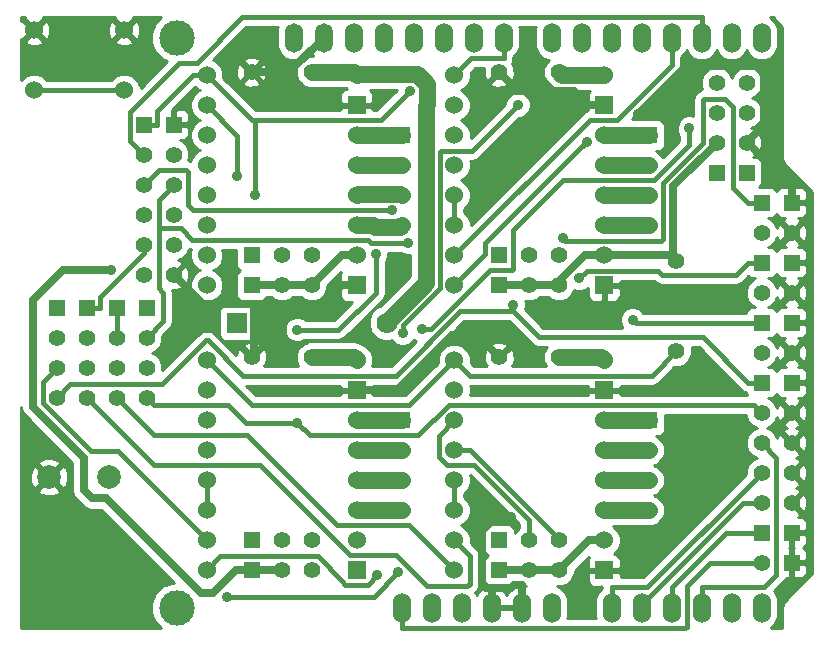
<source format=gtl>
G04 (created by PCBNEW-RS274X (2012-01-19 BZR 3256)-stable) date 1/09/2013 9:30:05 p.m.*
G01*
G70*
G90*
%MOIN*%
G04 Gerber Fmt 3.4, Leading zero omitted, Abs format*
%FSLAX34Y34*%
G04 APERTURE LIST*
%ADD10C,0.006000*%
%ADD11C,0.118100*%
%ADD12O,0.060000X0.100000*%
%ADD13O,0.059100X0.098400*%
%ADD14O,0.060600X0.098400*%
%ADD15R,0.060000X0.060000*%
%ADD16C,0.060000*%
%ADD17R,0.055000X0.055000*%
%ADD18C,0.055000*%
%ADD19C,0.078700*%
%ADD20C,0.070000*%
%ADD21R,0.070000X0.070000*%
%ADD22C,0.035000*%
%ADD23C,0.027600*%
%ADD24C,0.016000*%
%ADD25C,0.055200*%
%ADD26C,0.010000*%
G04 APERTURE END LIST*
G54D10*
G54D11*
X24750Y-33500D03*
X24750Y-14500D03*
G54D12*
X44250Y-33500D03*
X43250Y-33500D03*
X42250Y-33500D03*
X39250Y-33500D03*
X40250Y-33500D03*
X41250Y-33500D03*
X37250Y-33500D03*
X36250Y-33500D03*
X35250Y-33500D03*
X33250Y-33500D03*
X32250Y-33500D03*
X44250Y-14500D03*
X43250Y-14500D03*
X42250Y-14500D03*
X41250Y-14500D03*
X40250Y-14500D03*
X39250Y-14500D03*
X38250Y-14500D03*
X37250Y-14500D03*
X35650Y-14500D03*
X34650Y-14500D03*
X33650Y-14500D03*
X32650Y-14500D03*
X31650Y-14500D03*
X30650Y-14500D03*
G54D13*
X29650Y-14500D03*
G54D14*
X28650Y-14500D03*
G54D12*
X34250Y-33500D03*
G54D15*
X30750Y-32250D03*
G54D16*
X30750Y-31250D03*
X30750Y-30250D03*
X30750Y-29250D03*
X30750Y-28250D03*
X30750Y-27250D03*
G54D15*
X30750Y-26250D03*
G54D16*
X30750Y-25250D03*
X25750Y-25250D03*
X25750Y-26250D03*
X25750Y-27250D03*
X25750Y-28250D03*
X25750Y-29250D03*
X25750Y-30250D03*
X25750Y-31250D03*
X25750Y-32250D03*
G54D15*
X39000Y-22750D03*
G54D16*
X39000Y-21750D03*
X39000Y-20750D03*
X39000Y-19750D03*
X39000Y-18750D03*
X39000Y-17750D03*
G54D15*
X39000Y-16750D03*
G54D16*
X39000Y-15750D03*
X34000Y-15750D03*
X34000Y-16750D03*
X34000Y-17750D03*
X34000Y-18750D03*
X34000Y-19750D03*
X34000Y-20750D03*
X34000Y-21750D03*
X34000Y-22750D03*
G54D15*
X30750Y-22750D03*
G54D16*
X30750Y-21750D03*
X30750Y-20750D03*
X30750Y-19750D03*
X30750Y-18750D03*
X30750Y-17750D03*
G54D15*
X30750Y-16750D03*
G54D16*
X30750Y-15750D03*
X25750Y-15750D03*
X25750Y-16750D03*
X25750Y-17750D03*
X25750Y-18750D03*
X25750Y-19750D03*
X25750Y-20750D03*
X25750Y-21750D03*
X25750Y-22750D03*
G54D17*
X27250Y-31250D03*
G54D18*
X28250Y-31250D03*
X29250Y-31250D03*
G54D17*
X35500Y-22750D03*
G54D18*
X36500Y-22750D03*
X37500Y-22750D03*
G54D17*
X35500Y-21750D03*
G54D18*
X36500Y-21750D03*
X37500Y-21750D03*
G54D17*
X27250Y-32250D03*
G54D18*
X28250Y-32250D03*
X29250Y-32250D03*
G54D17*
X27250Y-21750D03*
G54D18*
X28250Y-21750D03*
X29250Y-21750D03*
G54D17*
X27250Y-22750D03*
G54D18*
X28250Y-22750D03*
X29250Y-22750D03*
G54D17*
X45250Y-32000D03*
G54D18*
X44250Y-32000D03*
G54D19*
X22500Y-29150D03*
X20500Y-29150D03*
G54D16*
X20000Y-14250D03*
X23000Y-16250D03*
X20000Y-16250D03*
X23000Y-14250D03*
G54D17*
X32250Y-17750D03*
G54D18*
X32250Y-18750D03*
X32250Y-19750D03*
X32250Y-20750D03*
G54D17*
X40500Y-17750D03*
G54D18*
X40500Y-18750D03*
X40500Y-19750D03*
X40500Y-20750D03*
G54D17*
X32250Y-27250D03*
G54D18*
X32250Y-28250D03*
X32250Y-29250D03*
X32250Y-30250D03*
G54D17*
X45250Y-26000D03*
G54D18*
X45250Y-27000D03*
X45250Y-28000D03*
G54D17*
X44250Y-26000D03*
G54D18*
X44250Y-27000D03*
X44250Y-28000D03*
G54D17*
X45250Y-31000D03*
G54D18*
X45250Y-30000D03*
X45250Y-29000D03*
G54D17*
X44250Y-31000D03*
G54D18*
X44250Y-30000D03*
X44250Y-29000D03*
G54D17*
X45250Y-24000D03*
G54D18*
X45250Y-25000D03*
G54D17*
X45250Y-22000D03*
G54D18*
X45250Y-23000D03*
G54D17*
X45250Y-20000D03*
G54D18*
X45250Y-21000D03*
G54D17*
X44250Y-20000D03*
G54D18*
X44250Y-21000D03*
G54D17*
X44250Y-22000D03*
G54D18*
X44250Y-23000D03*
G54D17*
X44250Y-24000D03*
G54D18*
X44250Y-25000D03*
X29250Y-15650D03*
X27250Y-15650D03*
X37500Y-15650D03*
X35500Y-15650D03*
X29250Y-25150D03*
X27250Y-25150D03*
G54D15*
X39000Y-32250D03*
G54D16*
X39000Y-31250D03*
X39000Y-30250D03*
X39000Y-29250D03*
X39000Y-28250D03*
X39000Y-27250D03*
G54D15*
X39000Y-26250D03*
G54D16*
X39000Y-25250D03*
X34000Y-25250D03*
X34000Y-26250D03*
X34000Y-27250D03*
X34000Y-28250D03*
X34000Y-29250D03*
X34000Y-30250D03*
X34000Y-31250D03*
X34000Y-32250D03*
G54D17*
X20750Y-23500D03*
G54D18*
X20750Y-24500D03*
X20750Y-25500D03*
X20750Y-26500D03*
G54D17*
X23750Y-23500D03*
G54D18*
X23750Y-24500D03*
X23750Y-25500D03*
X23750Y-26500D03*
G54D17*
X21750Y-23500D03*
G54D18*
X21750Y-24500D03*
X21750Y-25500D03*
X21750Y-26500D03*
G54D17*
X22750Y-23500D03*
G54D18*
X22750Y-24500D03*
X22750Y-25500D03*
X22750Y-26500D03*
G54D17*
X40500Y-27250D03*
G54D18*
X40500Y-28250D03*
X40500Y-29250D03*
X40500Y-30250D03*
G54D17*
X35500Y-32250D03*
G54D18*
X36500Y-32250D03*
X37500Y-32250D03*
G54D17*
X35500Y-31250D03*
G54D18*
X36500Y-31250D03*
X37500Y-31250D03*
X37500Y-25150D03*
X35500Y-25150D03*
G54D20*
X31750Y-24000D03*
G54D21*
X26750Y-24000D03*
G54D17*
X43750Y-19000D03*
G54D18*
X43750Y-18000D03*
X43750Y-17000D03*
X43750Y-16000D03*
G54D17*
X42750Y-19000D03*
G54D18*
X42750Y-18000D03*
X42750Y-17000D03*
X42750Y-16000D03*
G54D17*
X23650Y-17400D03*
G54D18*
X23650Y-18400D03*
X23650Y-19400D03*
X23650Y-20400D03*
X23650Y-21400D03*
X23650Y-22400D03*
G54D17*
X24650Y-17400D03*
G54D18*
X24650Y-18400D03*
X24650Y-19400D03*
X24650Y-20400D03*
X24650Y-21400D03*
X24650Y-22400D03*
X41400Y-21950D03*
X41400Y-24950D03*
G54D22*
X22558Y-22238D03*
X27365Y-19743D03*
X32532Y-16264D03*
X40121Y-17056D03*
X35883Y-30474D03*
X26760Y-19125D03*
X28773Y-27331D03*
X28773Y-24231D03*
X31386Y-21723D03*
X35958Y-23396D03*
X39952Y-23901D03*
X32476Y-21333D03*
X38425Y-17975D03*
X38179Y-22517D03*
X31932Y-20259D03*
X32284Y-24355D03*
X36133Y-16736D03*
X31443Y-32416D03*
X37633Y-21191D03*
X26443Y-33142D03*
X32919Y-24224D03*
X41841Y-17514D03*
X32146Y-32315D03*
G54D23*
X21661Y-29587D02*
X21661Y-28514D01*
X35500Y-32250D02*
X36500Y-32250D01*
X41300Y-21850D02*
X41300Y-21750D01*
X41400Y-21950D02*
X41300Y-21850D01*
X41300Y-19450D02*
X42750Y-18000D01*
X41300Y-21750D02*
X41300Y-19450D01*
X20980Y-22238D02*
X22558Y-22238D01*
X19963Y-23255D02*
X20980Y-22238D01*
X19963Y-26816D02*
X19963Y-23255D01*
X21661Y-28514D02*
X19963Y-26816D01*
X26734Y-32250D02*
X25980Y-33004D01*
X21919Y-29845D02*
X21661Y-29587D01*
X41300Y-21750D02*
X39000Y-21750D01*
X25547Y-33004D02*
X22388Y-29845D01*
X25980Y-33004D02*
X25547Y-33004D01*
X37500Y-22608D02*
X37500Y-22750D01*
X38358Y-21750D02*
X37500Y-22608D01*
X39000Y-21750D02*
X38358Y-21750D01*
X28250Y-22750D02*
X27250Y-22750D01*
X27250Y-32250D02*
X26734Y-32250D01*
X28250Y-32250D02*
X27250Y-32250D01*
X36500Y-22750D02*
X37500Y-22750D01*
X36500Y-22750D02*
X35500Y-22750D01*
X29250Y-22750D02*
X30250Y-21750D01*
X30250Y-21750D02*
X30750Y-21750D01*
X28250Y-22750D02*
X29250Y-22750D01*
X22388Y-29845D02*
X21919Y-29845D01*
X36500Y-32250D02*
X37500Y-32250D01*
X38500Y-31250D02*
X39000Y-31250D01*
X37500Y-32250D02*
X38500Y-31250D01*
G54D24*
X22750Y-26500D02*
X24000Y-27750D01*
X32500Y-30750D02*
X34000Y-32250D01*
X24000Y-27750D02*
X27110Y-27750D01*
X30110Y-30750D02*
X32500Y-30750D01*
X27110Y-27750D02*
X30110Y-30750D01*
X22750Y-24500D02*
X22750Y-23500D01*
X21750Y-26500D02*
X24000Y-28750D01*
X27546Y-28750D02*
X30529Y-31733D01*
X24000Y-28750D02*
X27546Y-28750D01*
X22208Y-23129D02*
X22208Y-23500D01*
X23650Y-21400D02*
X23650Y-21687D01*
X21750Y-23500D02*
X22208Y-23500D01*
X23650Y-21687D02*
X22208Y-23129D01*
X30529Y-31733D02*
X32072Y-31733D01*
X32072Y-31733D02*
X33110Y-32771D01*
X34516Y-32694D02*
X34516Y-31766D01*
X33110Y-32771D02*
X34439Y-32771D01*
X34439Y-32771D02*
X34516Y-32694D01*
X34516Y-31766D02*
X34000Y-31250D01*
X44343Y-32817D02*
X42250Y-32817D01*
X44746Y-32414D02*
X44343Y-32817D01*
X44746Y-28496D02*
X44746Y-32414D01*
X44250Y-28000D02*
X44746Y-28496D01*
X42250Y-33500D02*
X42250Y-32817D01*
X34000Y-25250D02*
X32500Y-26750D01*
X27365Y-17249D02*
X27249Y-17249D01*
X27249Y-17249D02*
X25750Y-15750D01*
X32532Y-16264D02*
X31547Y-17249D01*
X31547Y-17249D02*
X27365Y-17249D01*
X27365Y-19743D02*
X27365Y-17249D01*
X41400Y-24950D02*
X40584Y-25766D01*
X40584Y-25766D02*
X34516Y-25766D01*
X32500Y-26750D02*
X27250Y-26750D01*
X27250Y-26750D02*
X25750Y-25250D01*
X35650Y-14500D02*
X35650Y-15183D01*
X34000Y-15750D02*
X34567Y-15183D01*
X34567Y-15183D02*
X35650Y-15183D01*
X24108Y-17400D02*
X24108Y-16942D01*
X24108Y-16942D02*
X25300Y-15750D01*
X25300Y-15750D02*
X25750Y-15750D01*
X23650Y-17400D02*
X24108Y-17400D01*
X34516Y-25766D02*
X34000Y-25250D01*
G54D25*
X31750Y-24000D02*
X31750Y-23964D01*
X30790Y-15710D02*
X30750Y-15750D01*
X31750Y-23964D02*
X33050Y-22664D01*
X33050Y-22664D02*
X33050Y-16765D01*
X33050Y-16765D02*
X33089Y-16726D01*
X33089Y-16726D02*
X33089Y-16037D01*
X32762Y-15710D02*
X30790Y-15710D01*
X33089Y-16037D02*
X32762Y-15710D01*
X38900Y-25150D02*
X39000Y-25250D01*
X29250Y-15650D02*
X30650Y-15650D01*
X37500Y-15650D02*
X37600Y-15750D01*
X30650Y-15650D02*
X30750Y-15750D01*
X29250Y-25150D02*
X30650Y-25150D01*
X30650Y-25150D02*
X30750Y-25250D01*
X37600Y-15750D02*
X39000Y-15750D01*
X37500Y-25150D02*
X38900Y-25150D01*
G54D23*
X38001Y-16292D02*
X38459Y-16750D01*
X32085Y-26250D02*
X33926Y-24409D01*
X41723Y-15454D02*
X44188Y-15454D01*
X39000Y-16750D02*
X38459Y-16750D01*
X40121Y-17056D02*
X41723Y-15454D01*
X44188Y-15454D02*
X44328Y-15594D01*
X44328Y-15594D02*
X44328Y-17422D01*
X44328Y-17422D02*
X43758Y-17992D01*
X43758Y-17992D02*
X43750Y-18000D01*
X30750Y-26250D02*
X32085Y-26250D01*
X36142Y-16292D02*
X38001Y-16292D01*
X30750Y-22750D02*
X30209Y-22750D01*
X27342Y-23468D02*
X27342Y-25058D01*
X27342Y-25058D02*
X27250Y-25150D01*
X24650Y-22400D02*
X24650Y-22417D01*
X24650Y-22417D02*
X25622Y-23389D01*
X25622Y-23389D02*
X27263Y-23389D01*
X27263Y-23389D02*
X27342Y-23468D01*
X30209Y-22750D02*
X29491Y-23468D01*
X29491Y-23468D02*
X27342Y-23468D01*
X35500Y-15650D02*
X36142Y-16292D01*
X27250Y-15650D02*
X28500Y-15650D01*
X28500Y-15650D02*
X29650Y-14500D01*
X36250Y-33500D02*
X36250Y-32759D01*
X34759Y-24409D02*
X35500Y-25150D01*
X34927Y-30932D02*
X35385Y-30474D01*
X35385Y-30474D02*
X35883Y-30474D01*
X43758Y-17992D02*
X45250Y-19484D01*
X45250Y-20000D02*
X45250Y-19484D01*
X35250Y-32854D02*
X35067Y-32854D01*
X35067Y-32854D02*
X34927Y-32714D01*
X33926Y-24409D02*
X34759Y-24409D01*
X35250Y-32854D02*
X35250Y-33500D01*
X36250Y-32759D02*
X35991Y-32759D01*
X35991Y-32759D02*
X35896Y-32854D01*
X35896Y-32854D02*
X35250Y-32854D01*
X34927Y-32714D02*
X34927Y-30932D01*
G54D24*
X34000Y-30250D02*
X34000Y-29250D01*
X34543Y-28250D02*
X34000Y-28250D01*
X37500Y-31207D02*
X34543Y-28250D01*
X37500Y-31250D02*
X37500Y-31207D01*
X33484Y-27766D02*
X34000Y-27250D01*
X33484Y-28462D02*
X33484Y-27766D01*
X33772Y-28750D02*
X33484Y-28462D01*
X34668Y-28750D02*
X33772Y-28750D01*
X36500Y-30582D02*
X34668Y-28750D01*
X36500Y-31250D02*
X36500Y-30582D01*
X25750Y-30250D02*
X25750Y-29250D01*
X34000Y-20750D02*
X34000Y-19750D01*
X41250Y-33500D02*
X41250Y-32817D01*
X41250Y-32817D02*
X43067Y-31000D01*
X43067Y-31000D02*
X44250Y-31000D01*
X40250Y-33373D02*
X40250Y-33500D01*
X43623Y-30000D02*
X40250Y-33373D01*
X44250Y-30000D02*
X43623Y-30000D01*
X40433Y-32817D02*
X39250Y-32817D01*
X44250Y-29000D02*
X40433Y-32817D01*
X39250Y-33500D02*
X39250Y-32817D01*
X26760Y-17760D02*
X25750Y-16750D01*
X26760Y-19125D02*
X26760Y-17760D01*
X41706Y-34183D02*
X32250Y-34183D01*
X41750Y-34139D02*
X41706Y-34183D01*
X41750Y-32770D02*
X41750Y-34139D01*
X42520Y-32000D02*
X41750Y-32770D01*
X23000Y-16250D02*
X20000Y-16250D01*
X32250Y-33500D02*
X32250Y-34183D01*
X44250Y-32000D02*
X42520Y-32000D01*
G54D25*
X40500Y-27250D02*
X39000Y-27250D01*
X40500Y-28250D02*
X39000Y-28250D01*
X40500Y-29250D02*
X39000Y-29250D01*
X40500Y-30250D02*
X39000Y-30250D01*
X30750Y-17750D02*
X32250Y-17750D01*
X32250Y-18750D02*
X30750Y-18750D01*
X30795Y-19705D02*
X30750Y-19750D01*
X32205Y-19705D02*
X30795Y-19705D01*
X32250Y-19750D02*
X32205Y-19705D01*
X31296Y-20750D02*
X30750Y-20750D01*
X31360Y-20814D02*
X31296Y-20750D01*
X32186Y-20814D02*
X31360Y-20814D01*
X32250Y-20750D02*
X32186Y-20814D01*
X40500Y-17750D02*
X39000Y-17750D01*
X40500Y-18750D02*
X39000Y-18750D01*
X40500Y-19750D02*
X39000Y-19750D01*
X40500Y-20750D02*
X39000Y-20750D01*
X32250Y-27250D02*
X30750Y-27250D01*
X32250Y-28250D02*
X30750Y-28250D01*
X32250Y-29250D02*
X30750Y-29250D01*
X32250Y-30250D02*
X30750Y-30250D01*
G54D24*
X27064Y-27331D02*
X26467Y-26734D01*
X23984Y-26734D02*
X23750Y-26500D01*
X26467Y-26734D02*
X23984Y-26734D01*
X32805Y-27750D02*
X29192Y-27750D01*
X33821Y-26734D02*
X32805Y-27750D01*
X29192Y-27750D02*
X28773Y-27331D01*
X43984Y-26734D02*
X33821Y-26734D01*
X44250Y-27000D02*
X43984Y-26734D01*
X31388Y-23000D02*
X31386Y-21723D01*
X28773Y-27331D02*
X27064Y-27331D01*
X28773Y-24231D02*
X30128Y-24231D01*
X30128Y-24231D02*
X31388Y-23000D01*
X35958Y-23605D02*
X35958Y-23396D01*
X32048Y-25766D02*
X34209Y-23605D01*
X36844Y-24491D02*
X35958Y-23605D01*
X42283Y-24491D02*
X36844Y-24491D01*
X21209Y-26041D02*
X24275Y-26041D01*
X43792Y-26000D02*
X42283Y-24491D01*
X20750Y-26500D02*
X21209Y-26041D01*
X24275Y-26041D02*
X25723Y-24593D01*
X25723Y-24593D02*
X25787Y-24593D01*
X25787Y-24593D02*
X26960Y-25766D01*
X26960Y-25766D02*
X32048Y-25766D01*
X34209Y-23605D02*
X35958Y-23605D01*
X44250Y-26000D02*
X43792Y-26000D01*
X40051Y-24000D02*
X39952Y-23901D01*
X44250Y-24000D02*
X40051Y-24000D01*
X23650Y-18400D02*
X23191Y-17941D01*
X23191Y-17941D02*
X23191Y-16986D01*
X42250Y-14500D02*
X42250Y-13817D01*
X23191Y-16986D02*
X24842Y-15335D01*
X25416Y-15335D02*
X26934Y-13817D01*
X24842Y-15335D02*
X25416Y-15335D01*
X26934Y-13817D02*
X42250Y-13817D01*
X24150Y-20859D02*
X24895Y-20859D01*
X24895Y-20859D02*
X25270Y-21234D01*
X25270Y-21234D02*
X31131Y-21234D01*
X31230Y-21333D02*
X32476Y-21333D01*
X24150Y-20859D02*
X24150Y-22859D01*
X24150Y-22859D02*
X24291Y-23000D01*
X24291Y-23000D02*
X24291Y-23959D01*
X35033Y-21336D02*
X38119Y-18250D01*
X24291Y-23959D02*
X23750Y-24500D01*
X31131Y-21234D02*
X31230Y-21333D01*
X38119Y-18250D02*
X38425Y-17975D01*
X35033Y-21717D02*
X35033Y-21336D01*
X34000Y-22750D02*
X35033Y-21717D01*
X24150Y-19900D02*
X24150Y-20859D01*
X24650Y-19400D02*
X24150Y-19900D01*
X44250Y-22000D02*
X43792Y-22000D01*
X40798Y-22266D02*
X38430Y-22266D01*
X38430Y-22266D02*
X38179Y-22517D01*
X43792Y-22000D02*
X43383Y-22409D01*
X40941Y-22409D02*
X40798Y-22266D01*
X43383Y-22409D02*
X40941Y-22409D01*
X23650Y-19400D02*
X24150Y-18900D01*
X24150Y-18900D02*
X25064Y-18900D01*
X25064Y-18900D02*
X25124Y-18960D01*
X25124Y-18960D02*
X25124Y-20088D01*
X25124Y-20088D02*
X25295Y-20259D01*
X25295Y-20259D02*
X31932Y-20259D01*
X41250Y-15183D02*
X41250Y-15422D01*
X41250Y-15422D02*
X39438Y-17234D01*
X39438Y-17234D02*
X38516Y-17234D01*
X38516Y-17234D02*
X34000Y-21750D01*
X41250Y-14500D02*
X41250Y-15183D01*
X32284Y-24355D02*
X32284Y-24079D01*
X25750Y-32250D02*
X26209Y-31791D01*
X33516Y-22847D02*
X33516Y-18311D01*
X30375Y-32734D02*
X31125Y-32734D01*
X31125Y-32734D02*
X31443Y-32416D01*
X32284Y-24079D02*
X33516Y-22847D01*
X30267Y-32626D02*
X30375Y-32734D01*
X30267Y-32602D02*
X30267Y-32626D01*
X29456Y-31791D02*
X30267Y-32602D01*
X26209Y-31791D02*
X29456Y-31791D01*
X34603Y-18266D02*
X36133Y-16736D01*
X33561Y-18266D02*
X34603Y-18266D01*
X33516Y-18311D02*
X33561Y-18266D01*
X43792Y-20000D02*
X43291Y-19499D01*
X43291Y-19499D02*
X43291Y-16813D01*
X43291Y-16813D02*
X43019Y-16541D01*
X44250Y-20000D02*
X43792Y-20000D01*
X37708Y-21266D02*
X37633Y-21191D01*
X40960Y-21210D02*
X40904Y-21266D01*
X40960Y-19331D02*
X40960Y-21210D01*
X42291Y-18000D02*
X40960Y-19331D01*
X42291Y-16586D02*
X42291Y-18000D01*
X40904Y-21266D02*
X37708Y-21266D01*
X42336Y-16541D02*
X42291Y-16586D01*
X43019Y-16541D02*
X42336Y-16541D01*
X40654Y-19250D02*
X37616Y-19250D01*
X41839Y-18065D02*
X40654Y-19250D01*
X41841Y-17514D02*
X41839Y-18065D01*
X33217Y-24224D02*
X32919Y-24224D01*
X35195Y-22246D02*
X33217Y-24224D01*
X35914Y-22246D02*
X35195Y-22246D01*
X35959Y-22201D02*
X35914Y-22246D01*
X35959Y-20907D02*
X35959Y-22201D01*
X37616Y-19250D02*
X35959Y-20907D01*
X22792Y-28292D02*
X25750Y-31250D01*
X21894Y-28292D02*
X22792Y-28292D01*
X20285Y-26683D02*
X21894Y-28292D01*
X20285Y-25965D02*
X20285Y-26683D01*
X32146Y-32315D02*
X31319Y-33142D01*
X31319Y-33142D02*
X26443Y-33142D01*
X20750Y-25500D02*
X20285Y-25965D01*
G54D10*
G36*
X24432Y-15277D02*
X23549Y-16161D01*
X23549Y-16141D01*
X23543Y-16126D01*
X23543Y-14329D01*
X23532Y-14116D01*
X23472Y-13969D01*
X23378Y-13942D01*
X23071Y-14250D01*
X23378Y-14558D01*
X23472Y-14531D01*
X23543Y-14329D01*
X23543Y-16126D01*
X23465Y-15939D01*
X23311Y-15785D01*
X23308Y-15783D01*
X23308Y-14628D01*
X23000Y-14321D01*
X22929Y-14391D01*
X22929Y-14250D01*
X22622Y-13942D01*
X22528Y-13969D01*
X22457Y-14171D01*
X22468Y-14384D01*
X22528Y-14531D01*
X22622Y-14558D01*
X22929Y-14250D01*
X22929Y-14391D01*
X22692Y-14628D01*
X22719Y-14722D01*
X22921Y-14793D01*
X23134Y-14782D01*
X23281Y-14722D01*
X23308Y-14628D01*
X23308Y-15783D01*
X23109Y-15701D01*
X22891Y-15701D01*
X22689Y-15785D01*
X22554Y-15920D01*
X20543Y-15920D01*
X20543Y-14329D01*
X20532Y-14116D01*
X20472Y-13969D01*
X20378Y-13942D01*
X20071Y-14250D01*
X20378Y-14558D01*
X20472Y-14531D01*
X20543Y-14329D01*
X20543Y-15920D01*
X20446Y-15920D01*
X20311Y-15785D01*
X20308Y-15783D01*
X20308Y-14628D01*
X20000Y-14321D01*
X19692Y-14628D01*
X19719Y-14722D01*
X19921Y-14793D01*
X20134Y-14782D01*
X20281Y-14722D01*
X20308Y-14628D01*
X20308Y-15783D01*
X20109Y-15701D01*
X19891Y-15701D01*
X19689Y-15785D01*
X19575Y-15899D01*
X19575Y-14544D01*
X19622Y-14558D01*
X19929Y-14250D01*
X19622Y-13942D01*
X19575Y-13955D01*
X19575Y-13825D01*
X19705Y-13825D01*
X19692Y-13872D01*
X20000Y-14179D01*
X20308Y-13872D01*
X20294Y-13825D01*
X22705Y-13825D01*
X22692Y-13872D01*
X23000Y-14179D01*
X23308Y-13872D01*
X23294Y-13825D01*
X24237Y-13825D01*
X24039Y-14023D01*
X23910Y-14332D01*
X23910Y-14666D01*
X24037Y-14975D01*
X24273Y-15211D01*
X24432Y-15277D01*
X24432Y-15277D01*
G37*
G54D26*
X24432Y-15277D02*
X23549Y-16161D01*
X23549Y-16141D01*
X23543Y-16126D01*
X23543Y-14329D01*
X23532Y-14116D01*
X23472Y-13969D01*
X23378Y-13942D01*
X23071Y-14250D01*
X23378Y-14558D01*
X23472Y-14531D01*
X23543Y-14329D01*
X23543Y-16126D01*
X23465Y-15939D01*
X23311Y-15785D01*
X23308Y-15783D01*
X23308Y-14628D01*
X23000Y-14321D01*
X22929Y-14391D01*
X22929Y-14250D01*
X22622Y-13942D01*
X22528Y-13969D01*
X22457Y-14171D01*
X22468Y-14384D01*
X22528Y-14531D01*
X22622Y-14558D01*
X22929Y-14250D01*
X22929Y-14391D01*
X22692Y-14628D01*
X22719Y-14722D01*
X22921Y-14793D01*
X23134Y-14782D01*
X23281Y-14722D01*
X23308Y-14628D01*
X23308Y-15783D01*
X23109Y-15701D01*
X22891Y-15701D01*
X22689Y-15785D01*
X22554Y-15920D01*
X20543Y-15920D01*
X20543Y-14329D01*
X20532Y-14116D01*
X20472Y-13969D01*
X20378Y-13942D01*
X20071Y-14250D01*
X20378Y-14558D01*
X20472Y-14531D01*
X20543Y-14329D01*
X20543Y-15920D01*
X20446Y-15920D01*
X20311Y-15785D01*
X20308Y-15783D01*
X20308Y-14628D01*
X20000Y-14321D01*
X19692Y-14628D01*
X19719Y-14722D01*
X19921Y-14793D01*
X20134Y-14782D01*
X20281Y-14722D01*
X20308Y-14628D01*
X20308Y-15783D01*
X20109Y-15701D01*
X19891Y-15701D01*
X19689Y-15785D01*
X19575Y-15899D01*
X19575Y-14544D01*
X19622Y-14558D01*
X19929Y-14250D01*
X19622Y-13942D01*
X19575Y-13955D01*
X19575Y-13825D01*
X19705Y-13825D01*
X19692Y-13872D01*
X20000Y-14179D01*
X20308Y-13872D01*
X20294Y-13825D01*
X22705Y-13825D01*
X22692Y-13872D01*
X23000Y-14179D01*
X23308Y-13872D01*
X23294Y-13825D01*
X24237Y-13825D01*
X24039Y-14023D01*
X23910Y-14332D01*
X23910Y-14666D01*
X24037Y-14975D01*
X24273Y-15211D01*
X24432Y-15277D01*
G54D10*
G36*
X24654Y-32660D02*
X24584Y-32660D01*
X24275Y-32787D01*
X24039Y-33023D01*
X23910Y-33332D01*
X23910Y-33666D01*
X24037Y-33975D01*
X24237Y-34175D01*
X21135Y-34175D01*
X21135Y-29250D01*
X21125Y-29000D01*
X21048Y-28814D01*
X20944Y-28777D01*
X20873Y-28848D01*
X20873Y-28706D01*
X20836Y-28602D01*
X20600Y-28515D01*
X20350Y-28525D01*
X20164Y-28602D01*
X20127Y-28706D01*
X20500Y-29079D01*
X20873Y-28706D01*
X20873Y-28848D01*
X20571Y-29150D01*
X20944Y-29523D01*
X21048Y-29486D01*
X21135Y-29250D01*
X21135Y-34175D01*
X20873Y-34175D01*
X20873Y-29594D01*
X20500Y-29221D01*
X20429Y-29292D01*
X20429Y-29150D01*
X20056Y-28777D01*
X19952Y-28814D01*
X19865Y-29050D01*
X19875Y-29300D01*
X19952Y-29486D01*
X20056Y-29523D01*
X20429Y-29150D01*
X20429Y-29292D01*
X20127Y-29594D01*
X20164Y-29698D01*
X20400Y-29785D01*
X20650Y-29775D01*
X20836Y-29698D01*
X20873Y-29594D01*
X20873Y-34175D01*
X19575Y-34175D01*
X19575Y-26816D01*
X19605Y-26964D01*
X19689Y-27090D01*
X21273Y-28674D01*
X21273Y-29587D01*
X21303Y-29735D01*
X21387Y-29861D01*
X21644Y-30119D01*
X21645Y-30119D01*
X21728Y-30174D01*
X21770Y-30202D01*
X21771Y-30203D01*
X21918Y-30232D01*
X21919Y-30233D01*
X22227Y-30233D01*
X24654Y-32660D01*
X24654Y-32660D01*
G37*
G54D26*
X24654Y-32660D02*
X24584Y-32660D01*
X24275Y-32787D01*
X24039Y-33023D01*
X23910Y-33332D01*
X23910Y-33666D01*
X24037Y-33975D01*
X24237Y-34175D01*
X21135Y-34175D01*
X21135Y-29250D01*
X21125Y-29000D01*
X21048Y-28814D01*
X20944Y-28777D01*
X20873Y-28848D01*
X20873Y-28706D01*
X20836Y-28602D01*
X20600Y-28515D01*
X20350Y-28525D01*
X20164Y-28602D01*
X20127Y-28706D01*
X20500Y-29079D01*
X20873Y-28706D01*
X20873Y-28848D01*
X20571Y-29150D01*
X20944Y-29523D01*
X21048Y-29486D01*
X21135Y-29250D01*
X21135Y-34175D01*
X20873Y-34175D01*
X20873Y-29594D01*
X20500Y-29221D01*
X20429Y-29292D01*
X20429Y-29150D01*
X20056Y-28777D01*
X19952Y-28814D01*
X19865Y-29050D01*
X19875Y-29300D01*
X19952Y-29486D01*
X20056Y-29523D01*
X20429Y-29150D01*
X20429Y-29292D01*
X20127Y-29594D01*
X20164Y-29698D01*
X20400Y-29785D01*
X20650Y-29775D01*
X20836Y-29698D01*
X20873Y-29594D01*
X20873Y-34175D01*
X19575Y-34175D01*
X19575Y-26816D01*
X19605Y-26964D01*
X19689Y-27090D01*
X21273Y-28674D01*
X21273Y-29587D01*
X21303Y-29735D01*
X21387Y-29861D01*
X21644Y-30119D01*
X21645Y-30119D01*
X21728Y-30174D01*
X21770Y-30202D01*
X21771Y-30203D01*
X21918Y-30232D01*
X21919Y-30233D01*
X22227Y-30233D01*
X24654Y-32660D01*
G54D10*
G36*
X25523Y-18250D02*
X25439Y-18285D01*
X25285Y-18439D01*
X25213Y-18610D01*
X25191Y-18595D01*
X25141Y-18585D01*
X25175Y-18505D01*
X25175Y-18296D01*
X25095Y-18103D01*
X24948Y-17955D01*
X24873Y-17924D01*
X24876Y-17924D01*
X24975Y-17924D01*
X25066Y-17886D01*
X25136Y-17816D01*
X25174Y-17724D01*
X25175Y-17512D01*
X25175Y-17288D01*
X25174Y-17076D01*
X25136Y-16984D01*
X25066Y-16914D01*
X24975Y-16876D01*
X24876Y-16876D01*
X24762Y-16875D01*
X24700Y-16937D01*
X24700Y-17350D01*
X25113Y-17350D01*
X25175Y-17288D01*
X25175Y-17512D01*
X25113Y-17450D01*
X24750Y-17450D01*
X24700Y-17450D01*
X24600Y-17450D01*
X24600Y-17350D01*
X24600Y-17300D01*
X24600Y-16937D01*
X24589Y-16926D01*
X25370Y-16146D01*
X25439Y-16215D01*
X25523Y-16250D01*
X25439Y-16285D01*
X25285Y-16439D01*
X25201Y-16641D01*
X25201Y-16859D01*
X25285Y-17061D01*
X25439Y-17215D01*
X25523Y-17250D01*
X25439Y-17285D01*
X25285Y-17439D01*
X25201Y-17641D01*
X25201Y-17859D01*
X25285Y-18061D01*
X25439Y-18215D01*
X25523Y-18250D01*
X25523Y-18250D01*
G37*
G54D26*
X25523Y-18250D02*
X25439Y-18285D01*
X25285Y-18439D01*
X25213Y-18610D01*
X25191Y-18595D01*
X25141Y-18585D01*
X25175Y-18505D01*
X25175Y-18296D01*
X25095Y-18103D01*
X24948Y-17955D01*
X24873Y-17924D01*
X24876Y-17924D01*
X24975Y-17924D01*
X25066Y-17886D01*
X25136Y-17816D01*
X25174Y-17724D01*
X25175Y-17512D01*
X25175Y-17288D01*
X25174Y-17076D01*
X25136Y-16984D01*
X25066Y-16914D01*
X24975Y-16876D01*
X24876Y-16876D01*
X24762Y-16875D01*
X24700Y-16937D01*
X24700Y-17350D01*
X25113Y-17350D01*
X25175Y-17288D01*
X25175Y-17512D01*
X25113Y-17450D01*
X24750Y-17450D01*
X24700Y-17450D01*
X24600Y-17450D01*
X24600Y-17350D01*
X24600Y-17300D01*
X24600Y-16937D01*
X24589Y-16926D01*
X25370Y-16146D01*
X25439Y-16215D01*
X25523Y-16250D01*
X25439Y-16285D01*
X25285Y-16439D01*
X25201Y-16641D01*
X25201Y-16859D01*
X25285Y-17061D01*
X25439Y-17215D01*
X25523Y-17250D01*
X25439Y-17285D01*
X25285Y-17439D01*
X25201Y-17641D01*
X25201Y-17859D01*
X25285Y-18061D01*
X25439Y-18215D01*
X25523Y-18250D01*
G54D10*
G36*
X29700Y-14550D02*
X29600Y-14550D01*
X29600Y-14450D01*
X29700Y-14450D01*
X29700Y-14550D01*
X29700Y-14550D01*
G37*
G54D26*
X29700Y-14550D02*
X29600Y-14550D01*
X29600Y-14450D01*
X29700Y-14450D01*
X29700Y-14550D01*
G54D10*
G36*
X30800Y-32300D02*
X30700Y-32300D01*
X30700Y-32200D01*
X30800Y-32200D01*
X30800Y-32300D01*
X30800Y-32300D01*
G37*
G54D26*
X30800Y-32300D02*
X30700Y-32300D01*
X30700Y-32200D01*
X30800Y-32200D01*
X30800Y-32300D01*
G54D10*
G36*
X32094Y-16236D02*
X31411Y-16919D01*
X31299Y-16919D01*
X31300Y-16862D01*
X31238Y-16800D01*
X30850Y-16800D01*
X30800Y-16800D01*
X30700Y-16800D01*
X30650Y-16800D01*
X30262Y-16800D01*
X30200Y-16862D01*
X30200Y-16919D01*
X27769Y-16919D01*
X27769Y-15724D01*
X27758Y-15520D01*
X27702Y-15383D01*
X27611Y-15360D01*
X27540Y-15431D01*
X27540Y-15289D01*
X27517Y-15198D01*
X27324Y-15131D01*
X27120Y-15142D01*
X26983Y-15198D01*
X26960Y-15289D01*
X27250Y-15579D01*
X27540Y-15289D01*
X27540Y-15431D01*
X27321Y-15650D01*
X27611Y-15940D01*
X27702Y-15917D01*
X27769Y-15724D01*
X27769Y-16919D01*
X27540Y-16919D01*
X27540Y-16011D01*
X27250Y-15721D01*
X27179Y-15792D01*
X27179Y-15650D01*
X26889Y-15360D01*
X26798Y-15383D01*
X26731Y-15576D01*
X26742Y-15780D01*
X26798Y-15917D01*
X26889Y-15940D01*
X27179Y-15650D01*
X27179Y-15792D01*
X26960Y-16011D01*
X26983Y-16102D01*
X27176Y-16169D01*
X27380Y-16158D01*
X27517Y-16102D01*
X27540Y-16011D01*
X27540Y-16919D01*
X27385Y-16919D01*
X26299Y-15832D01*
X26299Y-15641D01*
X26215Y-15439D01*
X26061Y-15285D01*
X25970Y-15247D01*
X27070Y-14147D01*
X28125Y-14147D01*
X28108Y-14188D01*
X28108Y-14404D01*
X28108Y-14810D01*
X28190Y-15009D01*
X28342Y-15162D01*
X28541Y-15245D01*
X28757Y-15245D01*
X28956Y-15163D01*
X29109Y-15011D01*
X29152Y-14906D01*
X29165Y-14950D01*
X29299Y-15116D01*
X29313Y-15124D01*
X29250Y-15124D01*
X29244Y-15125D01*
X29146Y-15125D01*
X29054Y-15162D01*
X29049Y-15164D01*
X29044Y-15167D01*
X28953Y-15205D01*
X28882Y-15274D01*
X28878Y-15278D01*
X28875Y-15282D01*
X28805Y-15352D01*
X28766Y-15445D01*
X28764Y-15449D01*
X28763Y-15452D01*
X28725Y-15545D01*
X28725Y-15644D01*
X28724Y-15650D01*
X28725Y-15655D01*
X28725Y-15754D01*
X28762Y-15845D01*
X28764Y-15851D01*
X28767Y-15855D01*
X28805Y-15947D01*
X28874Y-16017D01*
X28878Y-16022D01*
X28882Y-16024D01*
X28952Y-16095D01*
X29045Y-16133D01*
X29049Y-16136D01*
X29052Y-16136D01*
X29145Y-16175D01*
X29244Y-16175D01*
X29250Y-16176D01*
X30400Y-16176D01*
X30425Y-16201D01*
X30400Y-16201D01*
X30309Y-16239D01*
X30239Y-16309D01*
X30201Y-16401D01*
X30200Y-16638D01*
X30262Y-16700D01*
X30650Y-16700D01*
X30700Y-16700D01*
X30800Y-16700D01*
X30850Y-16700D01*
X31238Y-16700D01*
X31300Y-16638D01*
X31299Y-16401D01*
X31261Y-16309D01*
X31191Y-16239D01*
X31183Y-16236D01*
X32094Y-16236D01*
X32094Y-16236D01*
G37*
G54D26*
X32094Y-16236D02*
X31411Y-16919D01*
X31299Y-16919D01*
X31300Y-16862D01*
X31238Y-16800D01*
X30850Y-16800D01*
X30800Y-16800D01*
X30700Y-16800D01*
X30650Y-16800D01*
X30262Y-16800D01*
X30200Y-16862D01*
X30200Y-16919D01*
X27769Y-16919D01*
X27769Y-15724D01*
X27758Y-15520D01*
X27702Y-15383D01*
X27611Y-15360D01*
X27540Y-15431D01*
X27540Y-15289D01*
X27517Y-15198D01*
X27324Y-15131D01*
X27120Y-15142D01*
X26983Y-15198D01*
X26960Y-15289D01*
X27250Y-15579D01*
X27540Y-15289D01*
X27540Y-15431D01*
X27321Y-15650D01*
X27611Y-15940D01*
X27702Y-15917D01*
X27769Y-15724D01*
X27769Y-16919D01*
X27540Y-16919D01*
X27540Y-16011D01*
X27250Y-15721D01*
X27179Y-15792D01*
X27179Y-15650D01*
X26889Y-15360D01*
X26798Y-15383D01*
X26731Y-15576D01*
X26742Y-15780D01*
X26798Y-15917D01*
X26889Y-15940D01*
X27179Y-15650D01*
X27179Y-15792D01*
X26960Y-16011D01*
X26983Y-16102D01*
X27176Y-16169D01*
X27380Y-16158D01*
X27517Y-16102D01*
X27540Y-16011D01*
X27540Y-16919D01*
X27385Y-16919D01*
X26299Y-15832D01*
X26299Y-15641D01*
X26215Y-15439D01*
X26061Y-15285D01*
X25970Y-15247D01*
X27070Y-14147D01*
X28125Y-14147D01*
X28108Y-14188D01*
X28108Y-14404D01*
X28108Y-14810D01*
X28190Y-15009D01*
X28342Y-15162D01*
X28541Y-15245D01*
X28757Y-15245D01*
X28956Y-15163D01*
X29109Y-15011D01*
X29152Y-14906D01*
X29165Y-14950D01*
X29299Y-15116D01*
X29313Y-15124D01*
X29250Y-15124D01*
X29244Y-15125D01*
X29146Y-15125D01*
X29054Y-15162D01*
X29049Y-15164D01*
X29044Y-15167D01*
X28953Y-15205D01*
X28882Y-15274D01*
X28878Y-15278D01*
X28875Y-15282D01*
X28805Y-15352D01*
X28766Y-15445D01*
X28764Y-15449D01*
X28763Y-15452D01*
X28725Y-15545D01*
X28725Y-15644D01*
X28724Y-15650D01*
X28725Y-15655D01*
X28725Y-15754D01*
X28762Y-15845D01*
X28764Y-15851D01*
X28767Y-15855D01*
X28805Y-15947D01*
X28874Y-16017D01*
X28878Y-16022D01*
X28882Y-16024D01*
X28952Y-16095D01*
X29045Y-16133D01*
X29049Y-16136D01*
X29052Y-16136D01*
X29145Y-16175D01*
X29244Y-16175D01*
X29250Y-16176D01*
X30400Y-16176D01*
X30425Y-16201D01*
X30400Y-16201D01*
X30309Y-16239D01*
X30239Y-16309D01*
X30201Y-16401D01*
X30200Y-16638D01*
X30262Y-16700D01*
X30650Y-16700D01*
X30700Y-16700D01*
X30800Y-16700D01*
X30850Y-16700D01*
X31238Y-16700D01*
X31300Y-16638D01*
X31299Y-16401D01*
X31261Y-16309D01*
X31191Y-16239D01*
X31183Y-16236D01*
X32094Y-16236D01*
G54D10*
G36*
X32738Y-24609D02*
X31912Y-25436D01*
X31266Y-25436D01*
X31299Y-25359D01*
X31299Y-25141D01*
X31215Y-24939D01*
X31061Y-24785D01*
X30985Y-24753D01*
X30852Y-24664D01*
X30650Y-24624D01*
X29250Y-24624D01*
X29244Y-24625D01*
X29146Y-24625D01*
X29054Y-24662D01*
X29049Y-24664D01*
X29044Y-24667D01*
X28953Y-24705D01*
X28882Y-24774D01*
X28878Y-24778D01*
X28875Y-24782D01*
X28805Y-24852D01*
X28766Y-24945D01*
X28764Y-24949D01*
X28763Y-24952D01*
X28725Y-25045D01*
X28725Y-25144D01*
X28724Y-25150D01*
X28725Y-25155D01*
X28725Y-25254D01*
X28762Y-25345D01*
X28764Y-25351D01*
X28767Y-25355D01*
X28800Y-25436D01*
X27677Y-25436D01*
X27666Y-25425D01*
X27702Y-25417D01*
X27769Y-25224D01*
X27758Y-25020D01*
X27702Y-24883D01*
X27611Y-24860D01*
X27540Y-24931D01*
X27540Y-24789D01*
X27517Y-24698D01*
X27349Y-24639D01*
X27349Y-24400D01*
X27349Y-24301D01*
X27349Y-23601D01*
X27311Y-23509D01*
X27241Y-23439D01*
X27150Y-23401D01*
X27051Y-23401D01*
X26351Y-23401D01*
X26259Y-23439D01*
X26189Y-23509D01*
X26151Y-23600D01*
X26151Y-23699D01*
X26151Y-24399D01*
X26189Y-24491D01*
X26259Y-24561D01*
X26350Y-24599D01*
X26449Y-24599D01*
X27149Y-24599D01*
X27241Y-24561D01*
X27311Y-24491D01*
X27349Y-24400D01*
X27349Y-24639D01*
X27324Y-24631D01*
X27120Y-24642D01*
X26983Y-24698D01*
X26960Y-24789D01*
X27250Y-25079D01*
X27540Y-24789D01*
X27540Y-24931D01*
X27356Y-25115D01*
X27321Y-25150D01*
X27250Y-25221D01*
X27179Y-25150D01*
X27144Y-25115D01*
X26889Y-24860D01*
X26798Y-24883D01*
X26732Y-25071D01*
X26020Y-24360D01*
X25914Y-24288D01*
X25787Y-24263D01*
X25723Y-24263D01*
X25597Y-24288D01*
X25561Y-24312D01*
X25489Y-24360D01*
X25169Y-24680D01*
X25169Y-22474D01*
X25158Y-22270D01*
X25102Y-22133D01*
X25011Y-22110D01*
X24721Y-22400D01*
X25011Y-22690D01*
X25102Y-22667D01*
X25169Y-22474D01*
X25169Y-24680D01*
X24275Y-25574D01*
X24275Y-25396D01*
X24195Y-25203D01*
X24048Y-25055D01*
X23914Y-24999D01*
X24047Y-24945D01*
X24195Y-24798D01*
X24275Y-24605D01*
X24275Y-24441D01*
X24524Y-24192D01*
X24596Y-24086D01*
X24596Y-24085D01*
X24599Y-24064D01*
X24620Y-23959D01*
X24621Y-23959D01*
X24621Y-23000D01*
X24604Y-22917D01*
X24780Y-22908D01*
X24917Y-22852D01*
X24940Y-22761D01*
X24685Y-22506D01*
X24650Y-22471D01*
X24579Y-22400D01*
X24650Y-22329D01*
X24685Y-22294D01*
X24940Y-22039D01*
X24917Y-21948D01*
X24798Y-21906D01*
X24947Y-21845D01*
X25095Y-21698D01*
X25159Y-21542D01*
X25164Y-21542D01*
X25235Y-21557D01*
X25201Y-21641D01*
X25201Y-21859D01*
X25285Y-22061D01*
X25439Y-22215D01*
X25523Y-22250D01*
X25439Y-22285D01*
X25285Y-22439D01*
X25201Y-22641D01*
X25201Y-22859D01*
X25285Y-23061D01*
X25439Y-23215D01*
X25641Y-23299D01*
X25859Y-23299D01*
X26061Y-23215D01*
X26215Y-23061D01*
X26299Y-22859D01*
X26299Y-22641D01*
X26215Y-22439D01*
X26061Y-22285D01*
X25976Y-22250D01*
X26061Y-22215D01*
X26215Y-22061D01*
X26299Y-21859D01*
X26299Y-21641D01*
X26266Y-21564D01*
X26726Y-21564D01*
X26726Y-22074D01*
X26764Y-22166D01*
X26834Y-22236D01*
X26867Y-22250D01*
X26834Y-22264D01*
X26764Y-22334D01*
X26726Y-22425D01*
X26726Y-22524D01*
X26726Y-23074D01*
X26764Y-23166D01*
X26834Y-23236D01*
X26925Y-23274D01*
X27024Y-23274D01*
X27574Y-23274D01*
X27666Y-23236D01*
X27736Y-23166D01*
X27747Y-23138D01*
X27895Y-23138D01*
X27952Y-23195D01*
X28145Y-23275D01*
X28354Y-23275D01*
X28547Y-23195D01*
X28604Y-23138D01*
X28895Y-23138D01*
X28952Y-23195D01*
X29145Y-23275D01*
X29354Y-23275D01*
X29547Y-23195D01*
X29695Y-23048D01*
X29775Y-22855D01*
X29775Y-22773D01*
X30238Y-22310D01*
X30201Y-22401D01*
X30200Y-22638D01*
X30262Y-22700D01*
X30650Y-22700D01*
X30700Y-22700D01*
X30800Y-22700D01*
X30800Y-22800D01*
X30700Y-22800D01*
X30650Y-22800D01*
X30262Y-22800D01*
X30200Y-22862D01*
X30201Y-23099D01*
X30239Y-23191D01*
X30309Y-23261D01*
X30400Y-23299D01*
X30499Y-23299D01*
X30610Y-23299D01*
X29994Y-23901D01*
X29044Y-23901D01*
X29014Y-23871D01*
X28858Y-23806D01*
X28689Y-23806D01*
X28533Y-23870D01*
X28413Y-23990D01*
X28348Y-24146D01*
X28348Y-24315D01*
X28412Y-24471D01*
X28532Y-24591D01*
X28688Y-24656D01*
X28857Y-24656D01*
X29013Y-24592D01*
X29044Y-24561D01*
X30128Y-24561D01*
X30227Y-24541D01*
X30251Y-24537D01*
X30251Y-24536D01*
X30254Y-24536D01*
X30305Y-24501D01*
X30358Y-24467D01*
X30361Y-24464D01*
X31619Y-23237D01*
X31621Y-23233D01*
X31622Y-23233D01*
X31627Y-23225D01*
X31692Y-23131D01*
X31693Y-23125D01*
X31718Y-23005D01*
X31717Y-23001D01*
X31718Y-22999D01*
X31716Y-21993D01*
X31746Y-21964D01*
X31811Y-21808D01*
X31811Y-21663D01*
X32205Y-21663D01*
X32235Y-21693D01*
X32391Y-21758D01*
X32524Y-21758D01*
X32524Y-22446D01*
X31525Y-23444D01*
X31411Y-23492D01*
X31242Y-23661D01*
X31151Y-23881D01*
X31151Y-24119D01*
X31242Y-24339D01*
X31411Y-24508D01*
X31631Y-24599D01*
X31869Y-24599D01*
X31916Y-24579D01*
X31923Y-24595D01*
X32043Y-24715D01*
X32199Y-24780D01*
X32368Y-24780D01*
X32524Y-24716D01*
X32644Y-24596D01*
X32657Y-24563D01*
X32678Y-24584D01*
X32738Y-24609D01*
X32738Y-24609D01*
G37*
G54D26*
X32738Y-24609D02*
X31912Y-25436D01*
X31266Y-25436D01*
X31299Y-25359D01*
X31299Y-25141D01*
X31215Y-24939D01*
X31061Y-24785D01*
X30985Y-24753D01*
X30852Y-24664D01*
X30650Y-24624D01*
X29250Y-24624D01*
X29244Y-24625D01*
X29146Y-24625D01*
X29054Y-24662D01*
X29049Y-24664D01*
X29044Y-24667D01*
X28953Y-24705D01*
X28882Y-24774D01*
X28878Y-24778D01*
X28875Y-24782D01*
X28805Y-24852D01*
X28766Y-24945D01*
X28764Y-24949D01*
X28763Y-24952D01*
X28725Y-25045D01*
X28725Y-25144D01*
X28724Y-25150D01*
X28725Y-25155D01*
X28725Y-25254D01*
X28762Y-25345D01*
X28764Y-25351D01*
X28767Y-25355D01*
X28800Y-25436D01*
X27677Y-25436D01*
X27666Y-25425D01*
X27702Y-25417D01*
X27769Y-25224D01*
X27758Y-25020D01*
X27702Y-24883D01*
X27611Y-24860D01*
X27540Y-24931D01*
X27540Y-24789D01*
X27517Y-24698D01*
X27349Y-24639D01*
X27349Y-24400D01*
X27349Y-24301D01*
X27349Y-23601D01*
X27311Y-23509D01*
X27241Y-23439D01*
X27150Y-23401D01*
X27051Y-23401D01*
X26351Y-23401D01*
X26259Y-23439D01*
X26189Y-23509D01*
X26151Y-23600D01*
X26151Y-23699D01*
X26151Y-24399D01*
X26189Y-24491D01*
X26259Y-24561D01*
X26350Y-24599D01*
X26449Y-24599D01*
X27149Y-24599D01*
X27241Y-24561D01*
X27311Y-24491D01*
X27349Y-24400D01*
X27349Y-24639D01*
X27324Y-24631D01*
X27120Y-24642D01*
X26983Y-24698D01*
X26960Y-24789D01*
X27250Y-25079D01*
X27540Y-24789D01*
X27540Y-24931D01*
X27356Y-25115D01*
X27321Y-25150D01*
X27250Y-25221D01*
X27179Y-25150D01*
X27144Y-25115D01*
X26889Y-24860D01*
X26798Y-24883D01*
X26732Y-25071D01*
X26020Y-24360D01*
X25914Y-24288D01*
X25787Y-24263D01*
X25723Y-24263D01*
X25597Y-24288D01*
X25561Y-24312D01*
X25489Y-24360D01*
X25169Y-24680D01*
X25169Y-22474D01*
X25158Y-22270D01*
X25102Y-22133D01*
X25011Y-22110D01*
X24721Y-22400D01*
X25011Y-22690D01*
X25102Y-22667D01*
X25169Y-22474D01*
X25169Y-24680D01*
X24275Y-25574D01*
X24275Y-25396D01*
X24195Y-25203D01*
X24048Y-25055D01*
X23914Y-24999D01*
X24047Y-24945D01*
X24195Y-24798D01*
X24275Y-24605D01*
X24275Y-24441D01*
X24524Y-24192D01*
X24596Y-24086D01*
X24596Y-24085D01*
X24599Y-24064D01*
X24620Y-23959D01*
X24621Y-23959D01*
X24621Y-23000D01*
X24604Y-22917D01*
X24780Y-22908D01*
X24917Y-22852D01*
X24940Y-22761D01*
X24685Y-22506D01*
X24650Y-22471D01*
X24579Y-22400D01*
X24650Y-22329D01*
X24685Y-22294D01*
X24940Y-22039D01*
X24917Y-21948D01*
X24798Y-21906D01*
X24947Y-21845D01*
X25095Y-21698D01*
X25159Y-21542D01*
X25164Y-21542D01*
X25235Y-21557D01*
X25201Y-21641D01*
X25201Y-21859D01*
X25285Y-22061D01*
X25439Y-22215D01*
X25523Y-22250D01*
X25439Y-22285D01*
X25285Y-22439D01*
X25201Y-22641D01*
X25201Y-22859D01*
X25285Y-23061D01*
X25439Y-23215D01*
X25641Y-23299D01*
X25859Y-23299D01*
X26061Y-23215D01*
X26215Y-23061D01*
X26299Y-22859D01*
X26299Y-22641D01*
X26215Y-22439D01*
X26061Y-22285D01*
X25976Y-22250D01*
X26061Y-22215D01*
X26215Y-22061D01*
X26299Y-21859D01*
X26299Y-21641D01*
X26266Y-21564D01*
X26726Y-21564D01*
X26726Y-22074D01*
X26764Y-22166D01*
X26834Y-22236D01*
X26867Y-22250D01*
X26834Y-22264D01*
X26764Y-22334D01*
X26726Y-22425D01*
X26726Y-22524D01*
X26726Y-23074D01*
X26764Y-23166D01*
X26834Y-23236D01*
X26925Y-23274D01*
X27024Y-23274D01*
X27574Y-23274D01*
X27666Y-23236D01*
X27736Y-23166D01*
X27747Y-23138D01*
X27895Y-23138D01*
X27952Y-23195D01*
X28145Y-23275D01*
X28354Y-23275D01*
X28547Y-23195D01*
X28604Y-23138D01*
X28895Y-23138D01*
X28952Y-23195D01*
X29145Y-23275D01*
X29354Y-23275D01*
X29547Y-23195D01*
X29695Y-23048D01*
X29775Y-22855D01*
X29775Y-22773D01*
X30238Y-22310D01*
X30201Y-22401D01*
X30200Y-22638D01*
X30262Y-22700D01*
X30650Y-22700D01*
X30700Y-22700D01*
X30800Y-22700D01*
X30800Y-22800D01*
X30700Y-22800D01*
X30650Y-22800D01*
X30262Y-22800D01*
X30200Y-22862D01*
X30201Y-23099D01*
X30239Y-23191D01*
X30309Y-23261D01*
X30400Y-23299D01*
X30499Y-23299D01*
X30610Y-23299D01*
X29994Y-23901D01*
X29044Y-23901D01*
X29014Y-23871D01*
X28858Y-23806D01*
X28689Y-23806D01*
X28533Y-23870D01*
X28413Y-23990D01*
X28348Y-24146D01*
X28348Y-24315D01*
X28412Y-24471D01*
X28532Y-24591D01*
X28688Y-24656D01*
X28857Y-24656D01*
X29013Y-24592D01*
X29044Y-24561D01*
X30128Y-24561D01*
X30227Y-24541D01*
X30251Y-24537D01*
X30251Y-24536D01*
X30254Y-24536D01*
X30305Y-24501D01*
X30358Y-24467D01*
X30361Y-24464D01*
X31619Y-23237D01*
X31621Y-23233D01*
X31622Y-23233D01*
X31627Y-23225D01*
X31692Y-23131D01*
X31693Y-23125D01*
X31718Y-23005D01*
X31717Y-23001D01*
X31718Y-22999D01*
X31716Y-21993D01*
X31746Y-21964D01*
X31811Y-21808D01*
X31811Y-21663D01*
X32205Y-21663D01*
X32235Y-21693D01*
X32391Y-21758D01*
X32524Y-21758D01*
X32524Y-22446D01*
X31525Y-23444D01*
X31411Y-23492D01*
X31242Y-23661D01*
X31151Y-23881D01*
X31151Y-24119D01*
X31242Y-24339D01*
X31411Y-24508D01*
X31631Y-24599D01*
X31869Y-24599D01*
X31916Y-24579D01*
X31923Y-24595D01*
X32043Y-24715D01*
X32199Y-24780D01*
X32368Y-24780D01*
X32524Y-24716D01*
X32644Y-24596D01*
X32657Y-24563D01*
X32678Y-24584D01*
X32738Y-24609D01*
G54D10*
G36*
X36170Y-30837D02*
X36055Y-30952D01*
X36024Y-31026D01*
X36024Y-30926D01*
X35986Y-30834D01*
X35916Y-30764D01*
X35825Y-30726D01*
X35726Y-30726D01*
X35176Y-30726D01*
X35084Y-30764D01*
X35014Y-30834D01*
X34976Y-30925D01*
X34976Y-31024D01*
X34976Y-31574D01*
X35014Y-31666D01*
X35084Y-31736D01*
X35117Y-31750D01*
X35084Y-31764D01*
X35014Y-31834D01*
X34976Y-31925D01*
X34976Y-32024D01*
X34976Y-32574D01*
X35014Y-32666D01*
X35084Y-32736D01*
X35150Y-32763D01*
X35150Y-32787D01*
X35115Y-32768D01*
X35087Y-32772D01*
X34897Y-32875D01*
X34761Y-33043D01*
X34749Y-33081D01*
X34708Y-32980D01*
X34702Y-32974D01*
X34749Y-32928D01*
X34749Y-32927D01*
X34796Y-32856D01*
X34820Y-32821D01*
X34821Y-32820D01*
X34845Y-32695D01*
X34846Y-32694D01*
X34846Y-31766D01*
X34845Y-31765D01*
X34821Y-31640D01*
X34820Y-31639D01*
X34796Y-31604D01*
X34749Y-31533D01*
X34749Y-31532D01*
X34549Y-31332D01*
X34549Y-31141D01*
X34465Y-30939D01*
X34311Y-30785D01*
X34226Y-30750D01*
X34311Y-30715D01*
X34465Y-30561D01*
X34549Y-30359D01*
X34549Y-30141D01*
X34465Y-29939D01*
X34330Y-29804D01*
X34330Y-29696D01*
X34465Y-29561D01*
X34549Y-29359D01*
X34549Y-29141D01*
X34523Y-29080D01*
X34531Y-29080D01*
X36170Y-30718D01*
X36170Y-30837D01*
X36170Y-30837D01*
G37*
G54D26*
X36170Y-30837D02*
X36055Y-30952D01*
X36024Y-31026D01*
X36024Y-30926D01*
X35986Y-30834D01*
X35916Y-30764D01*
X35825Y-30726D01*
X35726Y-30726D01*
X35176Y-30726D01*
X35084Y-30764D01*
X35014Y-30834D01*
X34976Y-30925D01*
X34976Y-31024D01*
X34976Y-31574D01*
X35014Y-31666D01*
X35084Y-31736D01*
X35117Y-31750D01*
X35084Y-31764D01*
X35014Y-31834D01*
X34976Y-31925D01*
X34976Y-32024D01*
X34976Y-32574D01*
X35014Y-32666D01*
X35084Y-32736D01*
X35150Y-32763D01*
X35150Y-32787D01*
X35115Y-32768D01*
X35087Y-32772D01*
X34897Y-32875D01*
X34761Y-33043D01*
X34749Y-33081D01*
X34708Y-32980D01*
X34702Y-32974D01*
X34749Y-32928D01*
X34749Y-32927D01*
X34796Y-32856D01*
X34820Y-32821D01*
X34821Y-32820D01*
X34845Y-32695D01*
X34846Y-32694D01*
X34846Y-31766D01*
X34845Y-31765D01*
X34821Y-31640D01*
X34820Y-31639D01*
X34796Y-31604D01*
X34749Y-31533D01*
X34749Y-31532D01*
X34549Y-31332D01*
X34549Y-31141D01*
X34465Y-30939D01*
X34311Y-30785D01*
X34226Y-30750D01*
X34311Y-30715D01*
X34465Y-30561D01*
X34549Y-30359D01*
X34549Y-30141D01*
X34465Y-29939D01*
X34330Y-29804D01*
X34330Y-29696D01*
X34465Y-29561D01*
X34549Y-29359D01*
X34549Y-29141D01*
X34523Y-29080D01*
X34531Y-29080D01*
X36170Y-30718D01*
X36170Y-30837D01*
G54D10*
G36*
X36382Y-32769D02*
X36300Y-32815D01*
X36300Y-33400D01*
X36300Y-33450D01*
X36300Y-33550D01*
X36200Y-33550D01*
X36150Y-33550D01*
X35800Y-33550D01*
X35700Y-33550D01*
X35350Y-33550D01*
X35300Y-33550D01*
X35200Y-33550D01*
X35200Y-33450D01*
X35300Y-33450D01*
X35350Y-33450D01*
X35700Y-33450D01*
X35800Y-33450D01*
X36200Y-33450D01*
X36200Y-32815D01*
X36115Y-32768D01*
X36087Y-32772D01*
X35897Y-32875D01*
X35761Y-33043D01*
X35750Y-33080D01*
X35739Y-33043D01*
X35603Y-32875D01*
X35416Y-32774D01*
X35824Y-32774D01*
X35916Y-32736D01*
X35986Y-32666D01*
X35997Y-32638D01*
X36145Y-32638D01*
X36202Y-32695D01*
X36382Y-32769D01*
X36382Y-32769D01*
G37*
G54D26*
X36382Y-32769D02*
X36300Y-32815D01*
X36300Y-33400D01*
X36300Y-33450D01*
X36300Y-33550D01*
X36200Y-33550D01*
X36150Y-33550D01*
X35800Y-33550D01*
X35700Y-33550D01*
X35350Y-33550D01*
X35300Y-33550D01*
X35200Y-33550D01*
X35200Y-33450D01*
X35300Y-33450D01*
X35350Y-33450D01*
X35700Y-33450D01*
X35800Y-33450D01*
X36200Y-33450D01*
X36200Y-32815D01*
X36115Y-32768D01*
X36087Y-32772D01*
X35897Y-32875D01*
X35761Y-33043D01*
X35750Y-33080D01*
X35739Y-33043D01*
X35603Y-32875D01*
X35416Y-32774D01*
X35824Y-32774D01*
X35916Y-32736D01*
X35986Y-32666D01*
X35997Y-32638D01*
X36145Y-32638D01*
X36202Y-32695D01*
X36382Y-32769D01*
G54D10*
G36*
X37086Y-24821D02*
X37055Y-24852D01*
X37016Y-24945D01*
X37014Y-24949D01*
X37013Y-24952D01*
X36975Y-25045D01*
X36975Y-25144D01*
X36974Y-25150D01*
X36975Y-25155D01*
X36975Y-25254D01*
X37012Y-25345D01*
X37014Y-25351D01*
X37017Y-25355D01*
X37050Y-25436D01*
X35927Y-25436D01*
X35916Y-25425D01*
X35952Y-25417D01*
X36019Y-25224D01*
X36008Y-25020D01*
X35952Y-24883D01*
X35861Y-24860D01*
X35790Y-24931D01*
X35790Y-24789D01*
X35767Y-24698D01*
X35574Y-24631D01*
X35370Y-24642D01*
X35233Y-24698D01*
X35210Y-24789D01*
X35500Y-25079D01*
X35790Y-24789D01*
X35790Y-24931D01*
X35606Y-25115D01*
X35571Y-25150D01*
X35500Y-25221D01*
X35429Y-25150D01*
X35394Y-25115D01*
X35139Y-24860D01*
X35048Y-24883D01*
X34981Y-25076D01*
X34992Y-25280D01*
X35048Y-25417D01*
X35083Y-25425D01*
X35073Y-25436D01*
X34652Y-25436D01*
X34549Y-25332D01*
X34549Y-25141D01*
X34465Y-24939D01*
X34311Y-24785D01*
X34109Y-24701D01*
X33891Y-24701D01*
X33689Y-24785D01*
X33535Y-24939D01*
X33451Y-25141D01*
X33451Y-25332D01*
X32363Y-26420D01*
X31299Y-26420D01*
X31300Y-26362D01*
X31238Y-26300D01*
X30850Y-26300D01*
X30800Y-26300D01*
X30700Y-26300D01*
X30650Y-26300D01*
X30262Y-26300D01*
X30200Y-26362D01*
X30200Y-26420D01*
X27386Y-26420D01*
X27062Y-26096D01*
X30200Y-26096D01*
X30200Y-26138D01*
X30262Y-26200D01*
X30650Y-26200D01*
X30700Y-26200D01*
X30800Y-26200D01*
X30850Y-26200D01*
X31238Y-26200D01*
X31300Y-26138D01*
X31299Y-26096D01*
X32048Y-26096D01*
X32174Y-26071D01*
X32175Y-26071D01*
X32281Y-25999D01*
X34345Y-23935D01*
X35821Y-23935D01*
X36610Y-24724D01*
X36611Y-24724D01*
X36682Y-24771D01*
X36717Y-24795D01*
X36718Y-24796D01*
X36843Y-24820D01*
X36844Y-24821D01*
X37086Y-24821D01*
X37086Y-24821D01*
G37*
G54D26*
X37086Y-24821D02*
X37055Y-24852D01*
X37016Y-24945D01*
X37014Y-24949D01*
X37013Y-24952D01*
X36975Y-25045D01*
X36975Y-25144D01*
X36974Y-25150D01*
X36975Y-25155D01*
X36975Y-25254D01*
X37012Y-25345D01*
X37014Y-25351D01*
X37017Y-25355D01*
X37050Y-25436D01*
X35927Y-25436D01*
X35916Y-25425D01*
X35952Y-25417D01*
X36019Y-25224D01*
X36008Y-25020D01*
X35952Y-24883D01*
X35861Y-24860D01*
X35790Y-24931D01*
X35790Y-24789D01*
X35767Y-24698D01*
X35574Y-24631D01*
X35370Y-24642D01*
X35233Y-24698D01*
X35210Y-24789D01*
X35500Y-25079D01*
X35790Y-24789D01*
X35790Y-24931D01*
X35606Y-25115D01*
X35571Y-25150D01*
X35500Y-25221D01*
X35429Y-25150D01*
X35394Y-25115D01*
X35139Y-24860D01*
X35048Y-24883D01*
X34981Y-25076D01*
X34992Y-25280D01*
X35048Y-25417D01*
X35083Y-25425D01*
X35073Y-25436D01*
X34652Y-25436D01*
X34549Y-25332D01*
X34549Y-25141D01*
X34465Y-24939D01*
X34311Y-24785D01*
X34109Y-24701D01*
X33891Y-24701D01*
X33689Y-24785D01*
X33535Y-24939D01*
X33451Y-25141D01*
X33451Y-25332D01*
X32363Y-26420D01*
X31299Y-26420D01*
X31300Y-26362D01*
X31238Y-26300D01*
X30850Y-26300D01*
X30800Y-26300D01*
X30700Y-26300D01*
X30650Y-26300D01*
X30262Y-26300D01*
X30200Y-26362D01*
X30200Y-26420D01*
X27386Y-26420D01*
X27062Y-26096D01*
X30200Y-26096D01*
X30200Y-26138D01*
X30262Y-26200D01*
X30650Y-26200D01*
X30700Y-26200D01*
X30800Y-26200D01*
X30850Y-26200D01*
X31238Y-26200D01*
X31300Y-26138D01*
X31299Y-26096D01*
X32048Y-26096D01*
X32174Y-26071D01*
X32175Y-26071D01*
X32281Y-25999D01*
X34345Y-23935D01*
X35821Y-23935D01*
X36610Y-24724D01*
X36611Y-24724D01*
X36682Y-24771D01*
X36717Y-24795D01*
X36718Y-24796D01*
X36843Y-24820D01*
X36844Y-24821D01*
X37086Y-24821D01*
G54D10*
G36*
X39050Y-16800D02*
X38950Y-16800D01*
X38900Y-16800D01*
X38512Y-16800D01*
X38450Y-16862D01*
X38450Y-16917D01*
X38390Y-16929D01*
X38354Y-16953D01*
X38282Y-17001D01*
X34549Y-20734D01*
X34549Y-20641D01*
X34465Y-20439D01*
X34330Y-20304D01*
X34330Y-20196D01*
X34465Y-20061D01*
X34549Y-19859D01*
X34549Y-19641D01*
X34465Y-19439D01*
X34311Y-19285D01*
X34226Y-19250D01*
X34311Y-19215D01*
X34465Y-19061D01*
X34549Y-18859D01*
X34549Y-18641D01*
X34530Y-18596D01*
X34603Y-18596D01*
X34729Y-18571D01*
X34730Y-18571D01*
X34836Y-18499D01*
X36174Y-17161D01*
X36217Y-17161D01*
X36373Y-17097D01*
X36493Y-16977D01*
X36558Y-16821D01*
X36558Y-16652D01*
X36494Y-16496D01*
X36374Y-16376D01*
X36218Y-16311D01*
X36049Y-16311D01*
X35893Y-16375D01*
X35790Y-16478D01*
X35790Y-16011D01*
X35500Y-15721D01*
X35210Y-16011D01*
X35233Y-16102D01*
X35426Y-16169D01*
X35630Y-16158D01*
X35767Y-16102D01*
X35790Y-16011D01*
X35790Y-16478D01*
X35773Y-16495D01*
X35708Y-16651D01*
X35708Y-16694D01*
X34549Y-17853D01*
X34549Y-17641D01*
X34465Y-17439D01*
X34311Y-17285D01*
X34226Y-17250D01*
X34311Y-17215D01*
X34465Y-17061D01*
X34549Y-16859D01*
X34549Y-16641D01*
X34465Y-16439D01*
X34311Y-16285D01*
X34226Y-16250D01*
X34311Y-16215D01*
X34465Y-16061D01*
X34549Y-15859D01*
X34549Y-15667D01*
X34703Y-15513D01*
X35002Y-15513D01*
X34981Y-15576D01*
X34992Y-15780D01*
X35048Y-15917D01*
X35139Y-15940D01*
X35394Y-15685D01*
X35429Y-15650D01*
X35500Y-15579D01*
X35571Y-15650D01*
X35606Y-15685D01*
X35861Y-15940D01*
X35952Y-15917D01*
X36019Y-15724D01*
X36008Y-15520D01*
X35952Y-15383D01*
X35917Y-15373D01*
X35948Y-15343D01*
X35938Y-15333D01*
X35955Y-15309D01*
X35980Y-15183D01*
X35980Y-15147D01*
X36107Y-15020D01*
X36190Y-14822D01*
X36190Y-14607D01*
X36190Y-14179D01*
X36176Y-14147D01*
X36722Y-14147D01*
X36710Y-14178D01*
X36710Y-14393D01*
X36710Y-14821D01*
X36792Y-15020D01*
X36944Y-15171D01*
X37142Y-15254D01*
X37153Y-15254D01*
X37132Y-15274D01*
X37128Y-15278D01*
X37125Y-15282D01*
X37055Y-15352D01*
X37017Y-15443D01*
X37014Y-15448D01*
X37012Y-15453D01*
X36975Y-15545D01*
X36975Y-15644D01*
X36974Y-15650D01*
X36975Y-15655D01*
X36975Y-15754D01*
X37012Y-15844D01*
X37014Y-15852D01*
X37018Y-15858D01*
X37055Y-15947D01*
X37124Y-16017D01*
X37128Y-16022D01*
X37228Y-16122D01*
X37398Y-16235D01*
X37399Y-16236D01*
X37600Y-16276D01*
X38522Y-16276D01*
X38489Y-16309D01*
X38451Y-16401D01*
X38450Y-16638D01*
X38512Y-16700D01*
X38900Y-16700D01*
X38950Y-16700D01*
X39050Y-16700D01*
X39050Y-16800D01*
X39050Y-16800D01*
G37*
G54D26*
X39050Y-16800D02*
X38950Y-16800D01*
X38900Y-16800D01*
X38512Y-16800D01*
X38450Y-16862D01*
X38450Y-16917D01*
X38390Y-16929D01*
X38354Y-16953D01*
X38282Y-17001D01*
X34549Y-20734D01*
X34549Y-20641D01*
X34465Y-20439D01*
X34330Y-20304D01*
X34330Y-20196D01*
X34465Y-20061D01*
X34549Y-19859D01*
X34549Y-19641D01*
X34465Y-19439D01*
X34311Y-19285D01*
X34226Y-19250D01*
X34311Y-19215D01*
X34465Y-19061D01*
X34549Y-18859D01*
X34549Y-18641D01*
X34530Y-18596D01*
X34603Y-18596D01*
X34729Y-18571D01*
X34730Y-18571D01*
X34836Y-18499D01*
X36174Y-17161D01*
X36217Y-17161D01*
X36373Y-17097D01*
X36493Y-16977D01*
X36558Y-16821D01*
X36558Y-16652D01*
X36494Y-16496D01*
X36374Y-16376D01*
X36218Y-16311D01*
X36049Y-16311D01*
X35893Y-16375D01*
X35790Y-16478D01*
X35790Y-16011D01*
X35500Y-15721D01*
X35210Y-16011D01*
X35233Y-16102D01*
X35426Y-16169D01*
X35630Y-16158D01*
X35767Y-16102D01*
X35790Y-16011D01*
X35790Y-16478D01*
X35773Y-16495D01*
X35708Y-16651D01*
X35708Y-16694D01*
X34549Y-17853D01*
X34549Y-17641D01*
X34465Y-17439D01*
X34311Y-17285D01*
X34226Y-17250D01*
X34311Y-17215D01*
X34465Y-17061D01*
X34549Y-16859D01*
X34549Y-16641D01*
X34465Y-16439D01*
X34311Y-16285D01*
X34226Y-16250D01*
X34311Y-16215D01*
X34465Y-16061D01*
X34549Y-15859D01*
X34549Y-15667D01*
X34703Y-15513D01*
X35002Y-15513D01*
X34981Y-15576D01*
X34992Y-15780D01*
X35048Y-15917D01*
X35139Y-15940D01*
X35394Y-15685D01*
X35429Y-15650D01*
X35500Y-15579D01*
X35571Y-15650D01*
X35606Y-15685D01*
X35861Y-15940D01*
X35952Y-15917D01*
X36019Y-15724D01*
X36008Y-15520D01*
X35952Y-15383D01*
X35917Y-15373D01*
X35948Y-15343D01*
X35938Y-15333D01*
X35955Y-15309D01*
X35980Y-15183D01*
X35980Y-15147D01*
X36107Y-15020D01*
X36190Y-14822D01*
X36190Y-14607D01*
X36190Y-14179D01*
X36176Y-14147D01*
X36722Y-14147D01*
X36710Y-14178D01*
X36710Y-14393D01*
X36710Y-14821D01*
X36792Y-15020D01*
X36944Y-15171D01*
X37142Y-15254D01*
X37153Y-15254D01*
X37132Y-15274D01*
X37128Y-15278D01*
X37125Y-15282D01*
X37055Y-15352D01*
X37017Y-15443D01*
X37014Y-15448D01*
X37012Y-15453D01*
X36975Y-15545D01*
X36975Y-15644D01*
X36974Y-15650D01*
X36975Y-15655D01*
X36975Y-15754D01*
X37012Y-15844D01*
X37014Y-15852D01*
X37018Y-15858D01*
X37055Y-15947D01*
X37124Y-16017D01*
X37128Y-16022D01*
X37228Y-16122D01*
X37398Y-16235D01*
X37399Y-16236D01*
X37600Y-16276D01*
X38522Y-16276D01*
X38489Y-16309D01*
X38451Y-16401D01*
X38450Y-16638D01*
X38512Y-16700D01*
X38900Y-16700D01*
X38950Y-16700D01*
X39050Y-16700D01*
X39050Y-16800D01*
G54D10*
G36*
X43759Y-26404D02*
X39549Y-26404D01*
X39550Y-26362D01*
X39488Y-26300D01*
X39100Y-26300D01*
X39050Y-26300D01*
X38950Y-26300D01*
X38900Y-26300D01*
X38512Y-26300D01*
X38450Y-26362D01*
X38450Y-26404D01*
X34530Y-26404D01*
X34549Y-26359D01*
X34549Y-26141D01*
X34530Y-26096D01*
X38450Y-26096D01*
X38450Y-26138D01*
X38512Y-26200D01*
X38900Y-26200D01*
X38950Y-26200D01*
X39050Y-26200D01*
X39100Y-26200D01*
X39488Y-26200D01*
X39550Y-26138D01*
X39549Y-26096D01*
X40584Y-26096D01*
X40710Y-26071D01*
X40711Y-26071D01*
X40817Y-25999D01*
X41341Y-25475D01*
X41504Y-25475D01*
X41697Y-25395D01*
X41845Y-25248D01*
X41925Y-25055D01*
X41925Y-24846D01*
X41914Y-24821D01*
X42147Y-24821D01*
X43559Y-26233D01*
X43665Y-26305D01*
X43666Y-26305D01*
X43686Y-26308D01*
X43726Y-26316D01*
X43726Y-26324D01*
X43759Y-26404D01*
X43759Y-26404D01*
G37*
G54D26*
X43759Y-26404D02*
X39549Y-26404D01*
X39550Y-26362D01*
X39488Y-26300D01*
X39100Y-26300D01*
X39050Y-26300D01*
X38950Y-26300D01*
X38900Y-26300D01*
X38512Y-26300D01*
X38450Y-26362D01*
X38450Y-26404D01*
X34530Y-26404D01*
X34549Y-26359D01*
X34549Y-26141D01*
X34530Y-26096D01*
X38450Y-26096D01*
X38450Y-26138D01*
X38512Y-26200D01*
X38900Y-26200D01*
X38950Y-26200D01*
X39050Y-26200D01*
X39100Y-26200D01*
X39488Y-26200D01*
X39550Y-26138D01*
X39549Y-26096D01*
X40584Y-26096D01*
X40710Y-26071D01*
X40711Y-26071D01*
X40817Y-25999D01*
X41341Y-25475D01*
X41504Y-25475D01*
X41697Y-25395D01*
X41845Y-25248D01*
X41925Y-25055D01*
X41925Y-24846D01*
X41914Y-24821D01*
X42147Y-24821D01*
X43559Y-26233D01*
X43665Y-26305D01*
X43666Y-26305D01*
X43686Y-26308D01*
X43726Y-26316D01*
X43726Y-26324D01*
X43759Y-26404D01*
G54D10*
G36*
X44026Y-23476D02*
X43926Y-23476D01*
X43834Y-23514D01*
X43764Y-23584D01*
X43728Y-23670D01*
X40316Y-23670D01*
X40313Y-23661D01*
X40193Y-23541D01*
X40037Y-23476D01*
X39868Y-23476D01*
X39712Y-23540D01*
X39592Y-23660D01*
X39550Y-23760D01*
X39550Y-22862D01*
X39488Y-22800D01*
X39050Y-22800D01*
X39050Y-23238D01*
X39112Y-23300D01*
X39251Y-23299D01*
X39350Y-23299D01*
X39441Y-23261D01*
X39511Y-23191D01*
X39549Y-23099D01*
X39550Y-22862D01*
X39550Y-23760D01*
X39527Y-23816D01*
X39527Y-23985D01*
X39591Y-24141D01*
X39611Y-24161D01*
X38950Y-24161D01*
X36980Y-24161D01*
X36358Y-23539D01*
X36383Y-23481D01*
X36383Y-23312D01*
X36362Y-23261D01*
X36395Y-23275D01*
X36604Y-23275D01*
X36797Y-23195D01*
X36854Y-23138D01*
X37145Y-23138D01*
X37202Y-23195D01*
X37395Y-23275D01*
X37604Y-23275D01*
X37797Y-23195D01*
X37945Y-23048D01*
X38004Y-22904D01*
X38094Y-22942D01*
X38263Y-22942D01*
X38419Y-22878D01*
X38450Y-22847D01*
X38450Y-22850D01*
X38462Y-22850D01*
X38450Y-22862D01*
X38451Y-23099D01*
X38489Y-23191D01*
X38559Y-23261D01*
X38650Y-23299D01*
X38749Y-23299D01*
X38888Y-23300D01*
X38950Y-23238D01*
X38950Y-22850D01*
X38950Y-22800D01*
X38950Y-22700D01*
X39050Y-22700D01*
X39100Y-22700D01*
X39488Y-22700D01*
X39550Y-22638D01*
X39549Y-22596D01*
X40661Y-22596D01*
X40707Y-22642D01*
X40708Y-22642D01*
X40814Y-22714D01*
X40815Y-22714D01*
X40835Y-22717D01*
X40941Y-22739D01*
X43383Y-22739D01*
X43509Y-22714D01*
X43510Y-22714D01*
X43616Y-22642D01*
X43803Y-22455D01*
X43834Y-22486D01*
X43925Y-22524D01*
X44024Y-22524D01*
X43953Y-22555D01*
X43805Y-22702D01*
X43725Y-22895D01*
X43725Y-23104D01*
X43805Y-23297D01*
X43952Y-23445D01*
X44026Y-23476D01*
X44026Y-23476D01*
G37*
G54D26*
X44026Y-23476D02*
X43926Y-23476D01*
X43834Y-23514D01*
X43764Y-23584D01*
X43728Y-23670D01*
X40316Y-23670D01*
X40313Y-23661D01*
X40193Y-23541D01*
X40037Y-23476D01*
X39868Y-23476D01*
X39712Y-23540D01*
X39592Y-23660D01*
X39550Y-23760D01*
X39550Y-22862D01*
X39488Y-22800D01*
X39050Y-22800D01*
X39050Y-23238D01*
X39112Y-23300D01*
X39251Y-23299D01*
X39350Y-23299D01*
X39441Y-23261D01*
X39511Y-23191D01*
X39549Y-23099D01*
X39550Y-22862D01*
X39550Y-23760D01*
X39527Y-23816D01*
X39527Y-23985D01*
X39591Y-24141D01*
X39611Y-24161D01*
X38950Y-24161D01*
X36980Y-24161D01*
X36358Y-23539D01*
X36383Y-23481D01*
X36383Y-23312D01*
X36362Y-23261D01*
X36395Y-23275D01*
X36604Y-23275D01*
X36797Y-23195D01*
X36854Y-23138D01*
X37145Y-23138D01*
X37202Y-23195D01*
X37395Y-23275D01*
X37604Y-23275D01*
X37797Y-23195D01*
X37945Y-23048D01*
X38004Y-22904D01*
X38094Y-22942D01*
X38263Y-22942D01*
X38419Y-22878D01*
X38450Y-22847D01*
X38450Y-22850D01*
X38462Y-22850D01*
X38450Y-22862D01*
X38451Y-23099D01*
X38489Y-23191D01*
X38559Y-23261D01*
X38650Y-23299D01*
X38749Y-23299D01*
X38888Y-23300D01*
X38950Y-23238D01*
X38950Y-22850D01*
X38950Y-22800D01*
X38950Y-22700D01*
X39050Y-22700D01*
X39100Y-22700D01*
X39488Y-22700D01*
X39550Y-22638D01*
X39549Y-22596D01*
X40661Y-22596D01*
X40707Y-22642D01*
X40708Y-22642D01*
X40814Y-22714D01*
X40815Y-22714D01*
X40835Y-22717D01*
X40941Y-22739D01*
X43383Y-22739D01*
X43509Y-22714D01*
X43510Y-22714D01*
X43616Y-22642D01*
X43803Y-22455D01*
X43834Y-22486D01*
X43925Y-22524D01*
X44024Y-22524D01*
X43953Y-22555D01*
X43805Y-22702D01*
X43725Y-22895D01*
X43725Y-23104D01*
X43805Y-23297D01*
X43952Y-23445D01*
X44026Y-23476D01*
G54D10*
G36*
X44085Y-28500D02*
X43953Y-28555D01*
X43805Y-28702D01*
X43725Y-28895D01*
X43725Y-29059D01*
X40297Y-32487D01*
X39549Y-32487D01*
X39550Y-32362D01*
X39488Y-32300D01*
X39100Y-32300D01*
X39050Y-32300D01*
X38950Y-32300D01*
X38900Y-32300D01*
X38512Y-32300D01*
X38450Y-32362D01*
X38451Y-32599D01*
X38489Y-32691D01*
X38559Y-32761D01*
X38650Y-32799D01*
X38749Y-32799D01*
X38888Y-32800D01*
X38900Y-32787D01*
X38900Y-32800D01*
X38923Y-32800D01*
X38920Y-32817D01*
X38920Y-32852D01*
X38793Y-32980D01*
X38710Y-33178D01*
X38710Y-33393D01*
X38710Y-33821D01*
X38723Y-33853D01*
X37777Y-33853D01*
X37790Y-33822D01*
X37790Y-33607D01*
X37790Y-33179D01*
X37708Y-32980D01*
X37556Y-32829D01*
X37427Y-32775D01*
X37604Y-32775D01*
X37797Y-32695D01*
X37945Y-32548D01*
X38025Y-32355D01*
X38025Y-32273D01*
X38488Y-31810D01*
X38451Y-31901D01*
X38450Y-32138D01*
X38512Y-32200D01*
X38900Y-32200D01*
X38950Y-32200D01*
X39050Y-32200D01*
X39100Y-32200D01*
X39488Y-32200D01*
X39550Y-32138D01*
X39549Y-31901D01*
X39511Y-31809D01*
X39441Y-31739D01*
X39350Y-31701D01*
X39325Y-31701D01*
X39465Y-31561D01*
X39549Y-31359D01*
X39549Y-31141D01*
X39465Y-30939D01*
X39311Y-30785D01*
X39289Y-30776D01*
X40500Y-30776D01*
X40505Y-30775D01*
X40604Y-30775D01*
X40695Y-30737D01*
X40701Y-30736D01*
X40705Y-30732D01*
X40797Y-30695D01*
X40867Y-30625D01*
X40872Y-30622D01*
X40874Y-30617D01*
X40945Y-30548D01*
X40983Y-30454D01*
X40986Y-30451D01*
X40986Y-30447D01*
X41025Y-30355D01*
X41025Y-30255D01*
X41026Y-30250D01*
X41025Y-30244D01*
X41025Y-30146D01*
X40987Y-30054D01*
X40986Y-30049D01*
X40982Y-30044D01*
X40945Y-29953D01*
X40875Y-29882D01*
X40872Y-29878D01*
X40867Y-29875D01*
X40798Y-29805D01*
X40704Y-29766D01*
X40701Y-29764D01*
X40697Y-29763D01*
X40664Y-29749D01*
X40695Y-29737D01*
X40701Y-29736D01*
X40705Y-29732D01*
X40797Y-29695D01*
X40867Y-29625D01*
X40872Y-29622D01*
X40874Y-29617D01*
X40945Y-29548D01*
X40983Y-29454D01*
X40986Y-29451D01*
X40986Y-29447D01*
X41025Y-29355D01*
X41025Y-29255D01*
X41026Y-29250D01*
X41025Y-29244D01*
X41025Y-29146D01*
X40987Y-29054D01*
X40986Y-29049D01*
X40982Y-29044D01*
X40945Y-28953D01*
X40875Y-28882D01*
X40872Y-28878D01*
X40867Y-28875D01*
X40798Y-28805D01*
X40704Y-28766D01*
X40701Y-28764D01*
X40697Y-28763D01*
X40664Y-28749D01*
X40695Y-28737D01*
X40701Y-28736D01*
X40705Y-28732D01*
X40797Y-28695D01*
X40867Y-28625D01*
X40872Y-28622D01*
X40874Y-28617D01*
X40945Y-28548D01*
X40983Y-28454D01*
X40986Y-28451D01*
X40986Y-28447D01*
X41025Y-28355D01*
X41025Y-28255D01*
X41026Y-28250D01*
X41025Y-28244D01*
X41025Y-28146D01*
X40987Y-28054D01*
X40986Y-28049D01*
X40982Y-28044D01*
X40945Y-27953D01*
X40875Y-27882D01*
X40872Y-27878D01*
X40867Y-27875D01*
X40798Y-27805D01*
X40723Y-27774D01*
X40824Y-27774D01*
X40916Y-27736D01*
X40986Y-27666D01*
X41024Y-27575D01*
X41024Y-27476D01*
X41024Y-27260D01*
X41026Y-27250D01*
X41024Y-27239D01*
X41024Y-27064D01*
X43725Y-27064D01*
X43725Y-27104D01*
X43805Y-27297D01*
X43952Y-27445D01*
X44085Y-27500D01*
X43953Y-27555D01*
X43805Y-27702D01*
X43725Y-27895D01*
X43725Y-28104D01*
X43805Y-28297D01*
X43952Y-28445D01*
X44085Y-28500D01*
X44085Y-28500D01*
G37*
G54D26*
X44085Y-28500D02*
X43953Y-28555D01*
X43805Y-28702D01*
X43725Y-28895D01*
X43725Y-29059D01*
X40297Y-32487D01*
X39549Y-32487D01*
X39550Y-32362D01*
X39488Y-32300D01*
X39100Y-32300D01*
X39050Y-32300D01*
X38950Y-32300D01*
X38900Y-32300D01*
X38512Y-32300D01*
X38450Y-32362D01*
X38451Y-32599D01*
X38489Y-32691D01*
X38559Y-32761D01*
X38650Y-32799D01*
X38749Y-32799D01*
X38888Y-32800D01*
X38900Y-32787D01*
X38900Y-32800D01*
X38923Y-32800D01*
X38920Y-32817D01*
X38920Y-32852D01*
X38793Y-32980D01*
X38710Y-33178D01*
X38710Y-33393D01*
X38710Y-33821D01*
X38723Y-33853D01*
X37777Y-33853D01*
X37790Y-33822D01*
X37790Y-33607D01*
X37790Y-33179D01*
X37708Y-32980D01*
X37556Y-32829D01*
X37427Y-32775D01*
X37604Y-32775D01*
X37797Y-32695D01*
X37945Y-32548D01*
X38025Y-32355D01*
X38025Y-32273D01*
X38488Y-31810D01*
X38451Y-31901D01*
X38450Y-32138D01*
X38512Y-32200D01*
X38900Y-32200D01*
X38950Y-32200D01*
X39050Y-32200D01*
X39100Y-32200D01*
X39488Y-32200D01*
X39550Y-32138D01*
X39549Y-31901D01*
X39511Y-31809D01*
X39441Y-31739D01*
X39350Y-31701D01*
X39325Y-31701D01*
X39465Y-31561D01*
X39549Y-31359D01*
X39549Y-31141D01*
X39465Y-30939D01*
X39311Y-30785D01*
X39289Y-30776D01*
X40500Y-30776D01*
X40505Y-30775D01*
X40604Y-30775D01*
X40695Y-30737D01*
X40701Y-30736D01*
X40705Y-30732D01*
X40797Y-30695D01*
X40867Y-30625D01*
X40872Y-30622D01*
X40874Y-30617D01*
X40945Y-30548D01*
X40983Y-30454D01*
X40986Y-30451D01*
X40986Y-30447D01*
X41025Y-30355D01*
X41025Y-30255D01*
X41026Y-30250D01*
X41025Y-30244D01*
X41025Y-30146D01*
X40987Y-30054D01*
X40986Y-30049D01*
X40982Y-30044D01*
X40945Y-29953D01*
X40875Y-29882D01*
X40872Y-29878D01*
X40867Y-29875D01*
X40798Y-29805D01*
X40704Y-29766D01*
X40701Y-29764D01*
X40697Y-29763D01*
X40664Y-29749D01*
X40695Y-29737D01*
X40701Y-29736D01*
X40705Y-29732D01*
X40797Y-29695D01*
X40867Y-29625D01*
X40872Y-29622D01*
X40874Y-29617D01*
X40945Y-29548D01*
X40983Y-29454D01*
X40986Y-29451D01*
X40986Y-29447D01*
X41025Y-29355D01*
X41025Y-29255D01*
X41026Y-29250D01*
X41025Y-29244D01*
X41025Y-29146D01*
X40987Y-29054D01*
X40986Y-29049D01*
X40982Y-29044D01*
X40945Y-28953D01*
X40875Y-28882D01*
X40872Y-28878D01*
X40867Y-28875D01*
X40798Y-28805D01*
X40704Y-28766D01*
X40701Y-28764D01*
X40697Y-28763D01*
X40664Y-28749D01*
X40695Y-28737D01*
X40701Y-28736D01*
X40705Y-28732D01*
X40797Y-28695D01*
X40867Y-28625D01*
X40872Y-28622D01*
X40874Y-28617D01*
X40945Y-28548D01*
X40983Y-28454D01*
X40986Y-28451D01*
X40986Y-28447D01*
X41025Y-28355D01*
X41025Y-28255D01*
X41026Y-28250D01*
X41025Y-28244D01*
X41025Y-28146D01*
X40987Y-28054D01*
X40986Y-28049D01*
X40982Y-28044D01*
X40945Y-27953D01*
X40875Y-27882D01*
X40872Y-27878D01*
X40867Y-27875D01*
X40798Y-27805D01*
X40723Y-27774D01*
X40824Y-27774D01*
X40916Y-27736D01*
X40986Y-27666D01*
X41024Y-27575D01*
X41024Y-27476D01*
X41024Y-27260D01*
X41026Y-27250D01*
X41024Y-27239D01*
X41024Y-27064D01*
X43725Y-27064D01*
X43725Y-27104D01*
X43805Y-27297D01*
X43952Y-27445D01*
X44085Y-27500D01*
X43953Y-27555D01*
X43805Y-27702D01*
X43725Y-27895D01*
X43725Y-28104D01*
X43805Y-28297D01*
X43952Y-28445D01*
X44085Y-28500D01*
G54D10*
G36*
X45925Y-32365D02*
X45775Y-32515D01*
X45775Y-32112D01*
X45775Y-31888D01*
X45774Y-31774D01*
X45774Y-31675D01*
X45736Y-31584D01*
X45666Y-31514D01*
X45632Y-31500D01*
X45666Y-31486D01*
X45736Y-31416D01*
X45774Y-31324D01*
X45775Y-31112D01*
X45713Y-31050D01*
X45300Y-31050D01*
X45300Y-31463D01*
X45337Y-31500D01*
X45300Y-31537D01*
X45300Y-31950D01*
X45713Y-31950D01*
X45775Y-31888D01*
X45775Y-32112D01*
X45713Y-32050D01*
X45300Y-32050D01*
X45300Y-32463D01*
X45362Y-32525D01*
X45574Y-32524D01*
X45666Y-32486D01*
X45736Y-32416D01*
X45774Y-32325D01*
X45774Y-32226D01*
X45775Y-32112D01*
X45775Y-32515D01*
X45020Y-33270D01*
X44950Y-33376D01*
X44925Y-33500D01*
X44925Y-34175D01*
X44548Y-34175D01*
X44556Y-34172D01*
X44707Y-34020D01*
X44790Y-33822D01*
X44790Y-33607D01*
X44790Y-33179D01*
X44708Y-32980D01*
X44677Y-32949D01*
X44979Y-32648D01*
X44979Y-32647D01*
X45026Y-32576D01*
X45050Y-32541D01*
X45051Y-32540D01*
X45053Y-32524D01*
X45054Y-32524D01*
X45138Y-32525D01*
X45200Y-32463D01*
X45200Y-32100D01*
X45200Y-32050D01*
X45200Y-31950D01*
X45200Y-31900D01*
X45200Y-31537D01*
X45163Y-31500D01*
X45200Y-31463D01*
X45200Y-31100D01*
X45200Y-31050D01*
X45200Y-30950D01*
X45300Y-30950D01*
X45350Y-30950D01*
X45713Y-30950D01*
X45775Y-30888D01*
X45774Y-30676D01*
X45769Y-30663D01*
X45769Y-30074D01*
X45769Y-29074D01*
X45769Y-28074D01*
X45769Y-27074D01*
X45758Y-26870D01*
X45702Y-26733D01*
X45611Y-26710D01*
X45321Y-27000D01*
X45611Y-27290D01*
X45702Y-27267D01*
X45769Y-27074D01*
X45769Y-28074D01*
X45758Y-27870D01*
X45702Y-27733D01*
X45611Y-27710D01*
X45540Y-27781D01*
X45540Y-27639D01*
X45517Y-27548D01*
X45390Y-27503D01*
X45517Y-27452D01*
X45540Y-27361D01*
X45250Y-27071D01*
X44960Y-27361D01*
X44983Y-27452D01*
X45109Y-27496D01*
X44983Y-27548D01*
X44960Y-27639D01*
X45250Y-27929D01*
X45540Y-27639D01*
X45540Y-27781D01*
X45321Y-28000D01*
X45611Y-28290D01*
X45702Y-28267D01*
X45769Y-28074D01*
X45769Y-29074D01*
X45758Y-28870D01*
X45702Y-28733D01*
X45611Y-28710D01*
X45321Y-29000D01*
X45611Y-29290D01*
X45702Y-29267D01*
X45769Y-29074D01*
X45769Y-30074D01*
X45758Y-29870D01*
X45702Y-29733D01*
X45611Y-29710D01*
X45321Y-30000D01*
X45611Y-30290D01*
X45702Y-30267D01*
X45769Y-30074D01*
X45769Y-30663D01*
X45736Y-30584D01*
X45666Y-30514D01*
X45575Y-30476D01*
X45476Y-30476D01*
X45458Y-30475D01*
X45517Y-30452D01*
X45540Y-30361D01*
X45285Y-30106D01*
X45250Y-30071D01*
X45179Y-30000D01*
X45250Y-29929D01*
X45285Y-29894D01*
X45540Y-29639D01*
X45517Y-29548D01*
X45390Y-29503D01*
X45517Y-29452D01*
X45540Y-29361D01*
X45285Y-29106D01*
X45250Y-29071D01*
X45179Y-29000D01*
X45250Y-28929D01*
X45285Y-28894D01*
X45540Y-28639D01*
X45517Y-28548D01*
X45390Y-28503D01*
X45517Y-28452D01*
X45540Y-28361D01*
X45285Y-28106D01*
X45250Y-28071D01*
X45179Y-28000D01*
X45144Y-27965D01*
X44889Y-27710D01*
X44798Y-27733D01*
X44756Y-27851D01*
X44695Y-27703D01*
X44548Y-27555D01*
X44414Y-27499D01*
X44547Y-27445D01*
X44695Y-27298D01*
X44753Y-27157D01*
X44798Y-27267D01*
X44889Y-27290D01*
X45179Y-27000D01*
X44889Y-26710D01*
X44798Y-26733D01*
X44756Y-26851D01*
X44695Y-26703D01*
X44548Y-26555D01*
X44473Y-26524D01*
X44574Y-26524D01*
X44666Y-26486D01*
X44736Y-26416D01*
X44750Y-26382D01*
X44764Y-26416D01*
X44834Y-26486D01*
X44925Y-26524D01*
X45024Y-26524D01*
X45041Y-26524D01*
X44983Y-26548D01*
X44960Y-26639D01*
X45250Y-26929D01*
X45540Y-26639D01*
X45517Y-26548D01*
X45448Y-26524D01*
X45476Y-26524D01*
X45575Y-26524D01*
X45666Y-26486D01*
X45736Y-26416D01*
X45774Y-26324D01*
X45775Y-26112D01*
X45713Y-26050D01*
X45350Y-26050D01*
X45300Y-26050D01*
X45200Y-26050D01*
X45200Y-25950D01*
X45300Y-25950D01*
X45350Y-25950D01*
X45713Y-25950D01*
X45775Y-25888D01*
X45774Y-25676D01*
X45769Y-25663D01*
X45769Y-25074D01*
X45758Y-24870D01*
X45702Y-24733D01*
X45611Y-24710D01*
X45321Y-25000D01*
X45611Y-25290D01*
X45702Y-25267D01*
X45769Y-25074D01*
X45769Y-25663D01*
X45736Y-25584D01*
X45666Y-25514D01*
X45575Y-25476D01*
X45476Y-25476D01*
X45458Y-25475D01*
X45517Y-25452D01*
X45540Y-25361D01*
X45250Y-25071D01*
X44960Y-25361D01*
X44983Y-25452D01*
X45051Y-25475D01*
X45024Y-25476D01*
X44925Y-25476D01*
X44834Y-25514D01*
X44764Y-25584D01*
X44750Y-25617D01*
X44736Y-25584D01*
X44666Y-25514D01*
X44575Y-25476D01*
X44476Y-25476D01*
X44472Y-25476D01*
X44547Y-25445D01*
X44695Y-25298D01*
X44753Y-25157D01*
X44798Y-25267D01*
X44889Y-25290D01*
X45179Y-25000D01*
X44889Y-24710D01*
X44798Y-24733D01*
X44756Y-24851D01*
X44695Y-24703D01*
X44548Y-24555D01*
X44473Y-24524D01*
X44574Y-24524D01*
X44666Y-24486D01*
X44736Y-24416D01*
X44750Y-24382D01*
X44764Y-24416D01*
X44834Y-24486D01*
X44925Y-24524D01*
X45024Y-24524D01*
X45041Y-24524D01*
X44983Y-24548D01*
X44960Y-24639D01*
X45250Y-24929D01*
X45540Y-24639D01*
X45517Y-24548D01*
X45448Y-24524D01*
X45476Y-24524D01*
X45575Y-24524D01*
X45666Y-24486D01*
X45736Y-24416D01*
X45774Y-24324D01*
X45775Y-24112D01*
X45713Y-24050D01*
X45350Y-24050D01*
X45300Y-24050D01*
X45200Y-24050D01*
X45200Y-23950D01*
X45300Y-23950D01*
X45350Y-23950D01*
X45713Y-23950D01*
X45775Y-23888D01*
X45774Y-23676D01*
X45769Y-23663D01*
X45769Y-23074D01*
X45758Y-22870D01*
X45702Y-22733D01*
X45611Y-22710D01*
X45321Y-23000D01*
X45611Y-23290D01*
X45702Y-23267D01*
X45769Y-23074D01*
X45769Y-23663D01*
X45736Y-23584D01*
X45666Y-23514D01*
X45575Y-23476D01*
X45476Y-23476D01*
X45458Y-23475D01*
X45517Y-23452D01*
X45540Y-23361D01*
X45250Y-23071D01*
X44960Y-23361D01*
X44983Y-23452D01*
X45051Y-23475D01*
X45024Y-23476D01*
X44925Y-23476D01*
X44834Y-23514D01*
X44764Y-23584D01*
X44750Y-23617D01*
X44736Y-23584D01*
X44666Y-23514D01*
X44575Y-23476D01*
X44476Y-23476D01*
X44472Y-23476D01*
X44547Y-23445D01*
X44695Y-23298D01*
X44753Y-23157D01*
X44798Y-23267D01*
X44889Y-23290D01*
X45179Y-23000D01*
X44889Y-22710D01*
X44798Y-22733D01*
X44756Y-22851D01*
X44695Y-22703D01*
X44548Y-22555D01*
X44473Y-22524D01*
X44574Y-22524D01*
X44666Y-22486D01*
X44736Y-22416D01*
X44750Y-22382D01*
X44764Y-22416D01*
X44834Y-22486D01*
X44925Y-22524D01*
X45024Y-22524D01*
X45041Y-22524D01*
X44983Y-22548D01*
X44960Y-22639D01*
X45250Y-22929D01*
X45540Y-22639D01*
X45517Y-22548D01*
X45448Y-22524D01*
X45476Y-22524D01*
X45575Y-22524D01*
X45666Y-22486D01*
X45736Y-22416D01*
X45774Y-22324D01*
X45775Y-22112D01*
X45713Y-22050D01*
X45350Y-22050D01*
X45300Y-22050D01*
X45200Y-22050D01*
X45200Y-21950D01*
X45300Y-21950D01*
X45350Y-21950D01*
X45713Y-21950D01*
X45775Y-21888D01*
X45774Y-21676D01*
X45769Y-21663D01*
X45769Y-21074D01*
X45758Y-20870D01*
X45702Y-20733D01*
X45611Y-20710D01*
X45321Y-21000D01*
X45611Y-21290D01*
X45702Y-21267D01*
X45769Y-21074D01*
X45769Y-21663D01*
X45736Y-21584D01*
X45666Y-21514D01*
X45575Y-21476D01*
X45476Y-21476D01*
X45458Y-21475D01*
X45517Y-21452D01*
X45540Y-21361D01*
X45250Y-21071D01*
X44960Y-21361D01*
X44983Y-21452D01*
X45051Y-21475D01*
X45024Y-21476D01*
X44925Y-21476D01*
X44834Y-21514D01*
X44764Y-21584D01*
X44750Y-21617D01*
X44736Y-21584D01*
X44666Y-21514D01*
X44575Y-21476D01*
X44476Y-21476D01*
X44472Y-21476D01*
X44547Y-21445D01*
X44695Y-21298D01*
X44753Y-21157D01*
X44798Y-21267D01*
X44889Y-21290D01*
X45179Y-21000D01*
X44889Y-20710D01*
X44798Y-20733D01*
X44756Y-20851D01*
X44695Y-20703D01*
X44548Y-20555D01*
X44473Y-20524D01*
X44574Y-20524D01*
X44666Y-20486D01*
X44736Y-20416D01*
X44750Y-20382D01*
X44764Y-20416D01*
X44834Y-20486D01*
X44925Y-20524D01*
X45024Y-20524D01*
X45041Y-20524D01*
X44983Y-20548D01*
X44960Y-20639D01*
X45250Y-20929D01*
X45540Y-20639D01*
X45517Y-20548D01*
X45448Y-20524D01*
X45476Y-20524D01*
X45575Y-20524D01*
X45666Y-20486D01*
X45736Y-20416D01*
X45774Y-20324D01*
X45775Y-20112D01*
X45775Y-19888D01*
X45774Y-19676D01*
X45736Y-19584D01*
X45666Y-19514D01*
X45575Y-19476D01*
X45476Y-19476D01*
X45362Y-19475D01*
X45300Y-19537D01*
X45300Y-19950D01*
X45713Y-19950D01*
X45775Y-19888D01*
X45775Y-20112D01*
X45713Y-20050D01*
X45350Y-20050D01*
X45300Y-20050D01*
X45200Y-20050D01*
X45200Y-19950D01*
X45200Y-19900D01*
X45200Y-19537D01*
X45138Y-19475D01*
X45024Y-19476D01*
X44925Y-19476D01*
X44834Y-19514D01*
X44764Y-19584D01*
X44750Y-19617D01*
X44736Y-19584D01*
X44666Y-19514D01*
X44575Y-19476D01*
X44476Y-19476D01*
X44176Y-19476D01*
X44236Y-19416D01*
X44274Y-19325D01*
X44274Y-19226D01*
X44274Y-18676D01*
X44269Y-18663D01*
X44269Y-18074D01*
X44258Y-17870D01*
X44202Y-17733D01*
X44111Y-17710D01*
X43821Y-18000D01*
X44111Y-18290D01*
X44202Y-18267D01*
X44269Y-18074D01*
X44269Y-18663D01*
X44236Y-18584D01*
X44166Y-18514D01*
X44075Y-18476D01*
X43976Y-18476D01*
X43958Y-18476D01*
X44017Y-18452D01*
X44040Y-18361D01*
X43785Y-18106D01*
X43750Y-18071D01*
X43679Y-18000D01*
X43750Y-17929D01*
X43785Y-17894D01*
X44040Y-17639D01*
X44017Y-17548D01*
X43898Y-17506D01*
X44047Y-17445D01*
X44195Y-17298D01*
X44275Y-17105D01*
X44275Y-16896D01*
X44195Y-16703D01*
X44048Y-16555D01*
X43914Y-16499D01*
X44047Y-16445D01*
X44195Y-16298D01*
X44275Y-16105D01*
X44275Y-15896D01*
X44195Y-15703D01*
X44048Y-15555D01*
X43855Y-15475D01*
X43646Y-15475D01*
X43453Y-15555D01*
X43305Y-15702D01*
X43249Y-15835D01*
X43195Y-15703D01*
X43048Y-15555D01*
X42855Y-15475D01*
X42646Y-15475D01*
X42453Y-15555D01*
X42305Y-15702D01*
X42225Y-15895D01*
X42225Y-16104D01*
X42274Y-16223D01*
X42210Y-16236D01*
X42174Y-16260D01*
X42102Y-16308D01*
X42058Y-16353D01*
X41986Y-16459D01*
X41961Y-16586D01*
X41961Y-17103D01*
X41926Y-17089D01*
X41757Y-17089D01*
X41601Y-17153D01*
X41481Y-17273D01*
X41416Y-17429D01*
X41416Y-17598D01*
X41480Y-17754D01*
X41510Y-17784D01*
X41509Y-17927D01*
X40956Y-18480D01*
X40945Y-18453D01*
X40875Y-18382D01*
X40872Y-18378D01*
X40867Y-18375D01*
X40798Y-18305D01*
X40723Y-18274D01*
X40824Y-18274D01*
X40916Y-18236D01*
X40986Y-18166D01*
X41024Y-18075D01*
X41024Y-17976D01*
X41024Y-17760D01*
X41026Y-17750D01*
X41024Y-17739D01*
X41024Y-17426D01*
X40986Y-17334D01*
X40916Y-17264D01*
X40825Y-17226D01*
X40726Y-17226D01*
X40510Y-17226D01*
X40500Y-17224D01*
X39914Y-17224D01*
X41483Y-15656D01*
X41483Y-15655D01*
X41530Y-15584D01*
X41554Y-15549D01*
X41555Y-15548D01*
X41579Y-15422D01*
X41580Y-15422D01*
X41580Y-15183D01*
X41580Y-15147D01*
X41707Y-15020D01*
X41749Y-14917D01*
X41792Y-15020D01*
X41944Y-15171D01*
X42142Y-15254D01*
X42357Y-15254D01*
X42556Y-15172D01*
X42707Y-15020D01*
X42749Y-14917D01*
X42792Y-15020D01*
X42944Y-15171D01*
X43142Y-15254D01*
X43357Y-15254D01*
X43556Y-15172D01*
X43707Y-15020D01*
X43749Y-14917D01*
X43792Y-15020D01*
X43944Y-15171D01*
X44142Y-15254D01*
X44357Y-15254D01*
X44556Y-15172D01*
X44707Y-15020D01*
X44790Y-14822D01*
X44790Y-14607D01*
X44790Y-14179D01*
X44708Y-13980D01*
X44556Y-13829D01*
X44546Y-13825D01*
X44615Y-13825D01*
X44925Y-14135D01*
X44925Y-18500D01*
X44950Y-18624D01*
X45020Y-18730D01*
X45925Y-19635D01*
X45925Y-32365D01*
X45925Y-32365D01*
G37*
G54D26*
X45925Y-32365D02*
X45775Y-32515D01*
X45775Y-32112D01*
X45775Y-31888D01*
X45774Y-31774D01*
X45774Y-31675D01*
X45736Y-31584D01*
X45666Y-31514D01*
X45632Y-31500D01*
X45666Y-31486D01*
X45736Y-31416D01*
X45774Y-31324D01*
X45775Y-31112D01*
X45713Y-31050D01*
X45300Y-31050D01*
X45300Y-31463D01*
X45337Y-31500D01*
X45300Y-31537D01*
X45300Y-31950D01*
X45713Y-31950D01*
X45775Y-31888D01*
X45775Y-32112D01*
X45713Y-32050D01*
X45300Y-32050D01*
X45300Y-32463D01*
X45362Y-32525D01*
X45574Y-32524D01*
X45666Y-32486D01*
X45736Y-32416D01*
X45774Y-32325D01*
X45774Y-32226D01*
X45775Y-32112D01*
X45775Y-32515D01*
X45020Y-33270D01*
X44950Y-33376D01*
X44925Y-33500D01*
X44925Y-34175D01*
X44548Y-34175D01*
X44556Y-34172D01*
X44707Y-34020D01*
X44790Y-33822D01*
X44790Y-33607D01*
X44790Y-33179D01*
X44708Y-32980D01*
X44677Y-32949D01*
X44979Y-32648D01*
X44979Y-32647D01*
X45026Y-32576D01*
X45050Y-32541D01*
X45051Y-32540D01*
X45053Y-32524D01*
X45054Y-32524D01*
X45138Y-32525D01*
X45200Y-32463D01*
X45200Y-32100D01*
X45200Y-32050D01*
X45200Y-31950D01*
X45200Y-31900D01*
X45200Y-31537D01*
X45163Y-31500D01*
X45200Y-31463D01*
X45200Y-31100D01*
X45200Y-31050D01*
X45200Y-30950D01*
X45300Y-30950D01*
X45350Y-30950D01*
X45713Y-30950D01*
X45775Y-30888D01*
X45774Y-30676D01*
X45769Y-30663D01*
X45769Y-30074D01*
X45769Y-29074D01*
X45769Y-28074D01*
X45769Y-27074D01*
X45758Y-26870D01*
X45702Y-26733D01*
X45611Y-26710D01*
X45321Y-27000D01*
X45611Y-27290D01*
X45702Y-27267D01*
X45769Y-27074D01*
X45769Y-28074D01*
X45758Y-27870D01*
X45702Y-27733D01*
X45611Y-27710D01*
X45540Y-27781D01*
X45540Y-27639D01*
X45517Y-27548D01*
X45390Y-27503D01*
X45517Y-27452D01*
X45540Y-27361D01*
X45250Y-27071D01*
X44960Y-27361D01*
X44983Y-27452D01*
X45109Y-27496D01*
X44983Y-27548D01*
X44960Y-27639D01*
X45250Y-27929D01*
X45540Y-27639D01*
X45540Y-27781D01*
X45321Y-28000D01*
X45611Y-28290D01*
X45702Y-28267D01*
X45769Y-28074D01*
X45769Y-29074D01*
X45758Y-28870D01*
X45702Y-28733D01*
X45611Y-28710D01*
X45321Y-29000D01*
X45611Y-29290D01*
X45702Y-29267D01*
X45769Y-29074D01*
X45769Y-30074D01*
X45758Y-29870D01*
X45702Y-29733D01*
X45611Y-29710D01*
X45321Y-30000D01*
X45611Y-30290D01*
X45702Y-30267D01*
X45769Y-30074D01*
X45769Y-30663D01*
X45736Y-30584D01*
X45666Y-30514D01*
X45575Y-30476D01*
X45476Y-30476D01*
X45458Y-30475D01*
X45517Y-30452D01*
X45540Y-30361D01*
X45285Y-30106D01*
X45250Y-30071D01*
X45179Y-30000D01*
X45250Y-29929D01*
X45285Y-29894D01*
X45540Y-29639D01*
X45517Y-29548D01*
X45390Y-29503D01*
X45517Y-29452D01*
X45540Y-29361D01*
X45285Y-29106D01*
X45250Y-29071D01*
X45179Y-29000D01*
X45250Y-28929D01*
X45285Y-28894D01*
X45540Y-28639D01*
X45517Y-28548D01*
X45390Y-28503D01*
X45517Y-28452D01*
X45540Y-28361D01*
X45285Y-28106D01*
X45250Y-28071D01*
X45179Y-28000D01*
X45144Y-27965D01*
X44889Y-27710D01*
X44798Y-27733D01*
X44756Y-27851D01*
X44695Y-27703D01*
X44548Y-27555D01*
X44414Y-27499D01*
X44547Y-27445D01*
X44695Y-27298D01*
X44753Y-27157D01*
X44798Y-27267D01*
X44889Y-27290D01*
X45179Y-27000D01*
X44889Y-26710D01*
X44798Y-26733D01*
X44756Y-26851D01*
X44695Y-26703D01*
X44548Y-26555D01*
X44473Y-26524D01*
X44574Y-26524D01*
X44666Y-26486D01*
X44736Y-26416D01*
X44750Y-26382D01*
X44764Y-26416D01*
X44834Y-26486D01*
X44925Y-26524D01*
X45024Y-26524D01*
X45041Y-26524D01*
X44983Y-26548D01*
X44960Y-26639D01*
X45250Y-26929D01*
X45540Y-26639D01*
X45517Y-26548D01*
X45448Y-26524D01*
X45476Y-26524D01*
X45575Y-26524D01*
X45666Y-26486D01*
X45736Y-26416D01*
X45774Y-26324D01*
X45775Y-26112D01*
X45713Y-26050D01*
X45350Y-26050D01*
X45300Y-26050D01*
X45200Y-26050D01*
X45200Y-25950D01*
X45300Y-25950D01*
X45350Y-25950D01*
X45713Y-25950D01*
X45775Y-25888D01*
X45774Y-25676D01*
X45769Y-25663D01*
X45769Y-25074D01*
X45758Y-24870D01*
X45702Y-24733D01*
X45611Y-24710D01*
X45321Y-25000D01*
X45611Y-25290D01*
X45702Y-25267D01*
X45769Y-25074D01*
X45769Y-25663D01*
X45736Y-25584D01*
X45666Y-25514D01*
X45575Y-25476D01*
X45476Y-25476D01*
X45458Y-25475D01*
X45517Y-25452D01*
X45540Y-25361D01*
X45250Y-25071D01*
X44960Y-25361D01*
X44983Y-25452D01*
X45051Y-25475D01*
X45024Y-25476D01*
X44925Y-25476D01*
X44834Y-25514D01*
X44764Y-25584D01*
X44750Y-25617D01*
X44736Y-25584D01*
X44666Y-25514D01*
X44575Y-25476D01*
X44476Y-25476D01*
X44472Y-25476D01*
X44547Y-25445D01*
X44695Y-25298D01*
X44753Y-25157D01*
X44798Y-25267D01*
X44889Y-25290D01*
X45179Y-25000D01*
X44889Y-24710D01*
X44798Y-24733D01*
X44756Y-24851D01*
X44695Y-24703D01*
X44548Y-24555D01*
X44473Y-24524D01*
X44574Y-24524D01*
X44666Y-24486D01*
X44736Y-24416D01*
X44750Y-24382D01*
X44764Y-24416D01*
X44834Y-24486D01*
X44925Y-24524D01*
X45024Y-24524D01*
X45041Y-24524D01*
X44983Y-24548D01*
X44960Y-24639D01*
X45250Y-24929D01*
X45540Y-24639D01*
X45517Y-24548D01*
X45448Y-24524D01*
X45476Y-24524D01*
X45575Y-24524D01*
X45666Y-24486D01*
X45736Y-24416D01*
X45774Y-24324D01*
X45775Y-24112D01*
X45713Y-24050D01*
X45350Y-24050D01*
X45300Y-24050D01*
X45200Y-24050D01*
X45200Y-23950D01*
X45300Y-23950D01*
X45350Y-23950D01*
X45713Y-23950D01*
X45775Y-23888D01*
X45774Y-23676D01*
X45769Y-23663D01*
X45769Y-23074D01*
X45758Y-22870D01*
X45702Y-22733D01*
X45611Y-22710D01*
X45321Y-23000D01*
X45611Y-23290D01*
X45702Y-23267D01*
X45769Y-23074D01*
X45769Y-23663D01*
X45736Y-23584D01*
X45666Y-23514D01*
X45575Y-23476D01*
X45476Y-23476D01*
X45458Y-23475D01*
X45517Y-23452D01*
X45540Y-23361D01*
X45250Y-23071D01*
X44960Y-23361D01*
X44983Y-23452D01*
X45051Y-23475D01*
X45024Y-23476D01*
X44925Y-23476D01*
X44834Y-23514D01*
X44764Y-23584D01*
X44750Y-23617D01*
X44736Y-23584D01*
X44666Y-23514D01*
X44575Y-23476D01*
X44476Y-23476D01*
X44472Y-23476D01*
X44547Y-23445D01*
X44695Y-23298D01*
X44753Y-23157D01*
X44798Y-23267D01*
X44889Y-23290D01*
X45179Y-23000D01*
X44889Y-22710D01*
X44798Y-22733D01*
X44756Y-22851D01*
X44695Y-22703D01*
X44548Y-22555D01*
X44473Y-22524D01*
X44574Y-22524D01*
X44666Y-22486D01*
X44736Y-22416D01*
X44750Y-22382D01*
X44764Y-22416D01*
X44834Y-22486D01*
X44925Y-22524D01*
X45024Y-22524D01*
X45041Y-22524D01*
X44983Y-22548D01*
X44960Y-22639D01*
X45250Y-22929D01*
X45540Y-22639D01*
X45517Y-22548D01*
X45448Y-22524D01*
X45476Y-22524D01*
X45575Y-22524D01*
X45666Y-22486D01*
X45736Y-22416D01*
X45774Y-22324D01*
X45775Y-22112D01*
X45713Y-22050D01*
X45350Y-22050D01*
X45300Y-22050D01*
X45200Y-22050D01*
X45200Y-21950D01*
X45300Y-21950D01*
X45350Y-21950D01*
X45713Y-21950D01*
X45775Y-21888D01*
X45774Y-21676D01*
X45769Y-21663D01*
X45769Y-21074D01*
X45758Y-20870D01*
X45702Y-20733D01*
X45611Y-20710D01*
X45321Y-21000D01*
X45611Y-21290D01*
X45702Y-21267D01*
X45769Y-21074D01*
X45769Y-21663D01*
X45736Y-21584D01*
X45666Y-21514D01*
X45575Y-21476D01*
X45476Y-21476D01*
X45458Y-21475D01*
X45517Y-21452D01*
X45540Y-21361D01*
X45250Y-21071D01*
X44960Y-21361D01*
X44983Y-21452D01*
X45051Y-21475D01*
X45024Y-21476D01*
X44925Y-21476D01*
X44834Y-21514D01*
X44764Y-21584D01*
X44750Y-21617D01*
X44736Y-21584D01*
X44666Y-21514D01*
X44575Y-21476D01*
X44476Y-21476D01*
X44472Y-21476D01*
X44547Y-21445D01*
X44695Y-21298D01*
X44753Y-21157D01*
X44798Y-21267D01*
X44889Y-21290D01*
X45179Y-21000D01*
X44889Y-20710D01*
X44798Y-20733D01*
X44756Y-20851D01*
X44695Y-20703D01*
X44548Y-20555D01*
X44473Y-20524D01*
X44574Y-20524D01*
X44666Y-20486D01*
X44736Y-20416D01*
X44750Y-20382D01*
X44764Y-20416D01*
X44834Y-20486D01*
X44925Y-20524D01*
X45024Y-20524D01*
X45041Y-20524D01*
X44983Y-20548D01*
X44960Y-20639D01*
X45250Y-20929D01*
X45540Y-20639D01*
X45517Y-20548D01*
X45448Y-20524D01*
X45476Y-20524D01*
X45575Y-20524D01*
X45666Y-20486D01*
X45736Y-20416D01*
X45774Y-20324D01*
X45775Y-20112D01*
X45775Y-19888D01*
X45774Y-19676D01*
X45736Y-19584D01*
X45666Y-19514D01*
X45575Y-19476D01*
X45476Y-19476D01*
X45362Y-19475D01*
X45300Y-19537D01*
X45300Y-19950D01*
X45713Y-19950D01*
X45775Y-19888D01*
X45775Y-20112D01*
X45713Y-20050D01*
X45350Y-20050D01*
X45300Y-20050D01*
X45200Y-20050D01*
X45200Y-19950D01*
X45200Y-19900D01*
X45200Y-19537D01*
X45138Y-19475D01*
X45024Y-19476D01*
X44925Y-19476D01*
X44834Y-19514D01*
X44764Y-19584D01*
X44750Y-19617D01*
X44736Y-19584D01*
X44666Y-19514D01*
X44575Y-19476D01*
X44476Y-19476D01*
X44176Y-19476D01*
X44236Y-19416D01*
X44274Y-19325D01*
X44274Y-19226D01*
X44274Y-18676D01*
X44269Y-18663D01*
X44269Y-18074D01*
X44258Y-17870D01*
X44202Y-17733D01*
X44111Y-17710D01*
X43821Y-18000D01*
X44111Y-18290D01*
X44202Y-18267D01*
X44269Y-18074D01*
X44269Y-18663D01*
X44236Y-18584D01*
X44166Y-18514D01*
X44075Y-18476D01*
X43976Y-18476D01*
X43958Y-18476D01*
X44017Y-18452D01*
X44040Y-18361D01*
X43785Y-18106D01*
X43750Y-18071D01*
X43679Y-18000D01*
X43750Y-17929D01*
X43785Y-17894D01*
X44040Y-17639D01*
X44017Y-17548D01*
X43898Y-17506D01*
X44047Y-17445D01*
X44195Y-17298D01*
X44275Y-17105D01*
X44275Y-16896D01*
X44195Y-16703D01*
X44048Y-16555D01*
X43914Y-16499D01*
X44047Y-16445D01*
X44195Y-16298D01*
X44275Y-16105D01*
X44275Y-15896D01*
X44195Y-15703D01*
X44048Y-15555D01*
X43855Y-15475D01*
X43646Y-15475D01*
X43453Y-15555D01*
X43305Y-15702D01*
X43249Y-15835D01*
X43195Y-15703D01*
X43048Y-15555D01*
X42855Y-15475D01*
X42646Y-15475D01*
X42453Y-15555D01*
X42305Y-15702D01*
X42225Y-15895D01*
X42225Y-16104D01*
X42274Y-16223D01*
X42210Y-16236D01*
X42174Y-16260D01*
X42102Y-16308D01*
X42058Y-16353D01*
X41986Y-16459D01*
X41961Y-16586D01*
X41961Y-17103D01*
X41926Y-17089D01*
X41757Y-17089D01*
X41601Y-17153D01*
X41481Y-17273D01*
X41416Y-17429D01*
X41416Y-17598D01*
X41480Y-17754D01*
X41510Y-17784D01*
X41509Y-17927D01*
X40956Y-18480D01*
X40945Y-18453D01*
X40875Y-18382D01*
X40872Y-18378D01*
X40867Y-18375D01*
X40798Y-18305D01*
X40723Y-18274D01*
X40824Y-18274D01*
X40916Y-18236D01*
X40986Y-18166D01*
X41024Y-18075D01*
X41024Y-17976D01*
X41024Y-17760D01*
X41026Y-17750D01*
X41024Y-17739D01*
X41024Y-17426D01*
X40986Y-17334D01*
X40916Y-17264D01*
X40825Y-17226D01*
X40726Y-17226D01*
X40510Y-17226D01*
X40500Y-17224D01*
X39914Y-17224D01*
X41483Y-15656D01*
X41483Y-15655D01*
X41530Y-15584D01*
X41554Y-15549D01*
X41555Y-15548D01*
X41579Y-15422D01*
X41580Y-15422D01*
X41580Y-15183D01*
X41580Y-15147D01*
X41707Y-15020D01*
X41749Y-14917D01*
X41792Y-15020D01*
X41944Y-15171D01*
X42142Y-15254D01*
X42357Y-15254D01*
X42556Y-15172D01*
X42707Y-15020D01*
X42749Y-14917D01*
X42792Y-15020D01*
X42944Y-15171D01*
X43142Y-15254D01*
X43357Y-15254D01*
X43556Y-15172D01*
X43707Y-15020D01*
X43749Y-14917D01*
X43792Y-15020D01*
X43944Y-15171D01*
X44142Y-15254D01*
X44357Y-15254D01*
X44556Y-15172D01*
X44707Y-15020D01*
X44790Y-14822D01*
X44790Y-14607D01*
X44790Y-14179D01*
X44708Y-13980D01*
X44556Y-13829D01*
X44546Y-13825D01*
X44615Y-13825D01*
X44925Y-14135D01*
X44925Y-18500D01*
X44950Y-18624D01*
X45020Y-18730D01*
X45925Y-19635D01*
X45925Y-32365D01*
M02*

</source>
